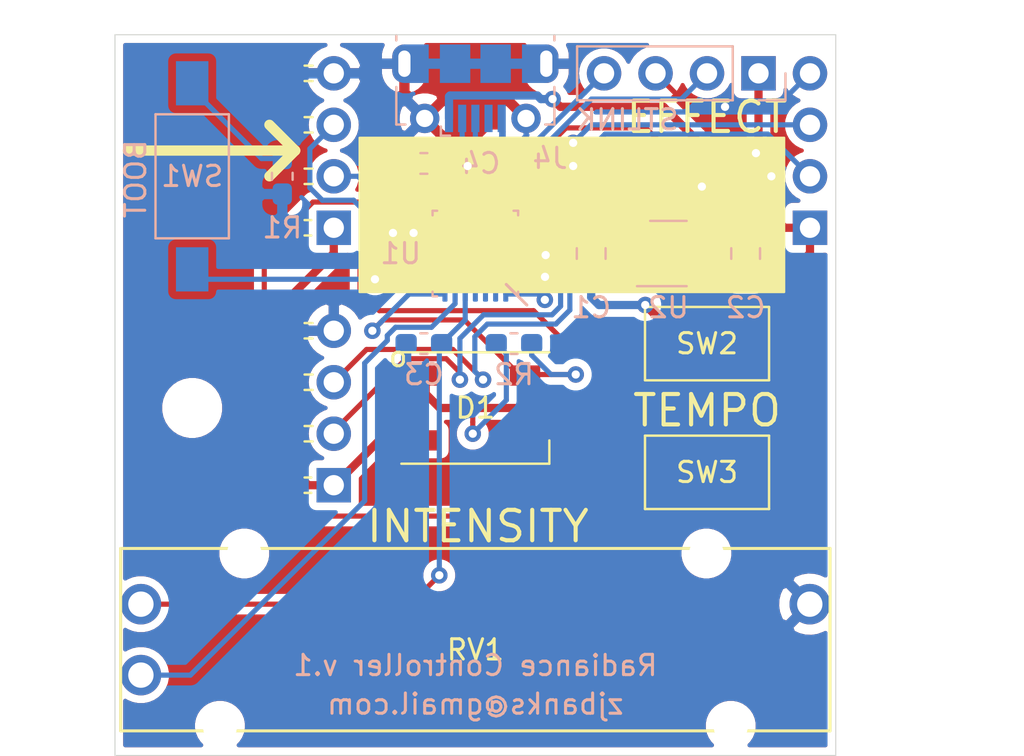
<source format=kicad_pcb>
(kicad_pcb (version 20171130) (host pcbnew 5.1.2-f72e74a~84~ubuntu16.04.1)

  (general
    (thickness 1.6)
    (drawings 14)
    (tracks 228)
    (zones 0)
    (modules 19)
    (nets 19)
  )

  (page A4)
  (layers
    (0 F.Cu signal)
    (31 B.Cu signal)
    (32 B.Adhes user)
    (33 F.Adhes user hide)
    (34 B.Paste user hide)
    (35 F.Paste user hide)
    (36 B.SilkS user hide)
    (37 F.SilkS user hide)
    (38 B.Mask user)
    (39 F.Mask user hide)
    (40 Dwgs.User user)
    (41 Cmts.User user)
    (42 Eco1.User user)
    (43 Eco2.User user)
    (44 Edge.Cuts user)
    (45 Margin user)
    (46 B.CrtYd user)
    (47 F.CrtYd user)
    (48 B.Fab user hide)
    (49 F.Fab user)
  )

  (setup
    (last_trace_width 0.254)
    (user_trace_width 0.4064)
    (trace_clearance 0.2032)
    (zone_clearance 0.381)
    (zone_45_only no)
    (trace_min 0.2)
    (via_size 0.8128)
    (via_drill 0.4064)
    (via_min_size 0.4)
    (via_min_drill 0.3)
    (uvia_size 0.3)
    (uvia_drill 0.1)
    (uvias_allowed no)
    (uvia_min_size 0.2)
    (uvia_min_drill 0.1)
    (edge_width 0.05)
    (segment_width 0.2)
    (pcb_text_width 0.3)
    (pcb_text_size 1.5 1.5)
    (mod_edge_width 0.12)
    (mod_text_size 1 1)
    (mod_text_width 0.15)
    (pad_size 1.524 1.524)
    (pad_drill 0.762)
    (pad_to_mask_clearance 0.051)
    (solder_mask_min_width 0.25)
    (aux_axis_origin 0 0)
    (grid_origin 50.8 50.8)
    (visible_elements FFFFFF7F)
    (pcbplotparams
      (layerselection 0x010f0_ffffffff)
      (usegerberextensions false)
      (usegerberattributes false)
      (usegerberadvancedattributes false)
      (creategerberjobfile false)
      (excludeedgelayer true)
      (linewidth 0.100000)
      (plotframeref false)
      (viasonmask false)
      (mode 1)
      (useauxorigin false)
      (hpglpennumber 1)
      (hpglpenspeed 20)
      (hpglpendiameter 15.000000)
      (psnegative false)
      (psa4output false)
      (plotreference true)
      (plotvalue true)
      (plotinvisibletext false)
      (padsonsilk false)
      (subtractmaskfromsilk false)
      (outputformat 1)
      (mirror false)
      (drillshape 0)
      (scaleselection 1)
      (outputdirectory "gerbers/"))
  )

  (net 0 "")
  (net 1 GND)
  (net 2 +5V)
  (net 3 VCC)
  (net 4 /LED)
  (net 5 /UART_DA_TX)
  (net 6 /UART_DA_RX)
  (net 7 /SWCLK)
  (net 8 /UART_DB_RX)
  (net 9 /UART_U_RX)
  (net 10 /UART_U_TX)
  (net 11 /USBP)
  (net 12 /USBN)
  (net 13 /SWDIO)
  (net 14 "Net-(R1-Pad2)")
  (net 15 /BOOT0)
  (net 16 /SW1)
  (net 17 /SW2)
  (net 18 /POT)

  (net_class Default "This is the default net class."
    (clearance 0.2032)
    (trace_width 0.254)
    (via_dia 0.8128)
    (via_drill 0.4064)
    (uvia_dia 0.3)
    (uvia_drill 0.1)
    (add_net +5V)
    (add_net /BOOT0)
    (add_net /LED)
    (add_net /POT)
    (add_net /SW1)
    (add_net /SW2)
    (add_net /SWCLK)
    (add_net /SWDIO)
    (add_net /UART_DA_RX)
    (add_net /UART_DA_TX)
    (add_net /UART_DB_RX)
    (add_net /UART_U_RX)
    (add_net /UART_U_TX)
    (add_net /USBN)
    (add_net /USBP)
    (add_net GND)
    (add_net "Net-(R1-Pad2)")
    (add_net VCC)
  )

  (module MountingHole:MountingHole_2.2mm_M2 (layer F.Cu) (tedit 56D1B4CB) (tstamp 5D2C6EE6)
    (at 54.61 69.215)
    (descr "Mounting Hole 2.2mm, no annular, M2")
    (tags "mounting hole 2.2mm no annular m2")
    (attr virtual)
    (fp_text reference REF** (at 0 -3.2) (layer F.SilkS) hide
      (effects (font (size 1 1) (thickness 0.15)))
    )
    (fp_text value MountingHole_2.2mm_M2 (at 0 3.2) (layer F.Fab)
      (effects (font (size 1 1) (thickness 0.15)))
    )
    (fp_circle (center 0 0) (end 2.45 0) (layer F.CrtYd) (width 0.05))
    (fp_circle (center 0 0) (end 2.2 0) (layer Cmts.User) (width 0.15))
    (fp_text user %R (at 0.3 0) (layer F.Fab) hide
      (effects (font (size 1 1) (thickness 0.15)))
    )
    (pad 1 np_thru_hole circle (at 0 0) (size 2.2 2.2) (drill 2.2) (layers *.Cu *.Mask))
  )

  (module Connector_PinSocket_2.54mm:PinSocket_1x04_P2.54mm_Horizontal (layer F.Cu) (tedit 5D2B5B76) (tstamp 5D2BE4A5)
    (at 85.09 60.325 180)
    (descr "Through hole angled socket strip, 1x04, 2.54mm pitch, 8.51mm socket length, single row (from Kicad 4.0.7), script generated")
    (tags "Through hole angled socket strip THT 1x04 2.54mm single row")
    (path /5D31DABD)
    (fp_text reference J3 (at 2.54 0 270) (layer F.SilkS) hide
      (effects (font (size 1 1) (thickness 0.15)))
    )
    (fp_text value UPSTREAM (at -4.38 10.39 180) (layer F.Fab)
      (effects (font (size 1 1) (thickness 0.15)))
    )
    (fp_text user %R (at -5.775 3.81 270) (layer F.Fab)
      (effects (font (size 1 1) (thickness 0.15)))
    )
    (fp_line (start 1.75 9.45) (end 1.75 -1.75) (layer F.CrtYd) (width 0.05))
    (fp_line (start -10.55 9.45) (end 1.75 9.45) (layer F.CrtYd) (width 0.05))
    (fp_line (start -10.55 -1.75) (end -10.55 9.45) (layer F.CrtYd) (width 0.05))
    (fp_line (start 1.75 -1.75) (end -10.55 -1.75) (layer F.CrtYd) (width 0.05))
    (fp_line (start 0 7.92) (end 0 7.32) (layer F.Fab) (width 0.1))
    (fp_line (start -1.52 7.92) (end 0 7.92) (layer F.Fab) (width 0.1))
    (fp_line (start 0 7.32) (end -1.52 7.32) (layer F.Fab) (width 0.1))
    (fp_line (start 0 5.38) (end 0 4.78) (layer F.Fab) (width 0.1))
    (fp_line (start -1.52 5.38) (end 0 5.38) (layer F.Fab) (width 0.1))
    (fp_line (start 0 4.78) (end -1.52 4.78) (layer F.Fab) (width 0.1))
    (fp_line (start 0 2.84) (end 0 2.24) (layer F.Fab) (width 0.1))
    (fp_line (start -1.52 2.84) (end 0 2.84) (layer F.Fab) (width 0.1))
    (fp_line (start 0 2.24) (end -1.52 2.24) (layer F.Fab) (width 0.1))
    (fp_line (start 0 0.3) (end 0 -0.3) (layer F.Fab) (width 0.1))
    (fp_line (start -1.52 0.3) (end 0 0.3) (layer F.Fab) (width 0.1))
    (fp_line (start 0 -0.3) (end -1.52 -0.3) (layer F.Fab) (width 0.1))
    (fp_line (start -10.03 8.89) (end -10.03 -1.27) (layer F.Fab) (width 0.1))
    (fp_line (start -1.52 8.89) (end -10.03 8.89) (layer F.Fab) (width 0.1))
    (fp_line (start -1.52 -0.3) (end -1.52 8.89) (layer F.Fab) (width 0.1))
    (fp_line (start -2.49 -1.27) (end -1.52 -0.3) (layer F.Fab) (width 0.1))
    (fp_line (start -10.03 -1.27) (end -2.49 -1.27) (layer F.Fab) (width 0.1))
    (pad 4 thru_hole oval (at 0 7.62 180) (size 1.7 1.7) (drill 1) (layers *.Cu *.Mask)
      (net 1 GND))
    (pad 3 thru_hole oval (at 0 5.08 180) (size 1.7 1.7) (drill 1) (layers *.Cu *.Mask)
      (net 9 /UART_U_RX))
    (pad 2 thru_hole oval (at 0 2.54 180) (size 1.7 1.7) (drill 1) (layers *.Cu *.Mask)
      (net 10 /UART_U_TX))
    (pad 1 thru_hole rect (at 0 0 180) (size 1.7 1.7) (drill 1) (layers *.Cu *.Mask)
      (net 2 +5V))
    (model ${KISYS3DMOD}/Connector_PinSocket_2.54mm.3dshapes/PinSocket_1x04_P2.54mm_Horizontal.wrl
      (at (xyz 0 0 0))
      (scale (xyz 1 1 1))
      (rotate (xyz 0 0 0))
    )
  )

  (module Connector_PinHeader_2.54mm:PinHeader_1x04_P2.54mm_Horizontal (layer F.Cu) (tedit 5D2B5B5A) (tstamp 5D2B9A54)
    (at 61.595 73.025 180)
    (descr "Through hole angled pin header, 1x04, 2.54mm pitch, 6mm pin length, single row")
    (tags "Through hole angled pin header THT 1x04 2.54mm single row")
    (path /5D31CFEE)
    (fp_text reference J2 (at 4.385 -2.27 180) (layer F.SilkS) hide
      (effects (font (size 1 1) (thickness 0.15)))
    )
    (fp_text value DOWNSTREAM_B (at 4.385 9.89 180) (layer F.Fab)
      (effects (font (size 1 1) (thickness 0.15)))
    )
    (fp_text user %R (at 2.77 3.81 270) (layer F.Fab)
      (effects (font (size 1 1) (thickness 0.15)))
    )
    (fp_line (start 10.55 -1.8) (end -1.8 -1.8) (layer F.CrtYd) (width 0.05))
    (fp_line (start 10.55 9.4) (end 10.55 -1.8) (layer F.CrtYd) (width 0.05))
    (fp_line (start -1.8 9.4) (end 10.55 9.4) (layer F.CrtYd) (width 0.05))
    (fp_line (start -1.8 -1.8) (end -1.8 9.4) (layer F.CrtYd) (width 0.05))
    (fp_line (start 1.042929 8) (end 1.44 8) (layer F.SilkS) (width 0.12))
    (fp_line (start 1.042929 7.24) (end 1.44 7.24) (layer F.SilkS) (width 0.12))
    (fp_line (start 1.042929 5.46) (end 1.44 5.46) (layer F.SilkS) (width 0.12))
    (fp_line (start 1.042929 4.7) (end 1.44 4.7) (layer F.SilkS) (width 0.12))
    (fp_line (start 1.042929 2.92) (end 1.44 2.92) (layer F.SilkS) (width 0.12))
    (fp_line (start 1.042929 2.16) (end 1.44 2.16) (layer F.SilkS) (width 0.12))
    (fp_line (start 1.11 0.38) (end 1.44 0.38) (layer F.SilkS) (width 0.12))
    (fp_line (start 1.11 -0.38) (end 1.44 -0.38) (layer F.SilkS) (width 0.12))
    (fp_line (start 4.04 7.94) (end 10.04 7.94) (layer F.Fab) (width 0.1))
    (fp_line (start 10.04 7.3) (end 10.04 7.94) (layer F.Fab) (width 0.1))
    (fp_line (start 4.04 7.3) (end 10.04 7.3) (layer F.Fab) (width 0.1))
    (fp_line (start -0.32 7.94) (end 1.5 7.94) (layer F.Fab) (width 0.1))
    (fp_line (start -0.32 7.3) (end -0.32 7.94) (layer F.Fab) (width 0.1))
    (fp_line (start -0.32 7.3) (end 1.5 7.3) (layer F.Fab) (width 0.1))
    (fp_line (start 4.04 5.4) (end 10.04 5.4) (layer F.Fab) (width 0.1))
    (fp_line (start 10.04 4.76) (end 10.04 5.4) (layer F.Fab) (width 0.1))
    (fp_line (start 4.04 4.76) (end 10.04 4.76) (layer F.Fab) (width 0.1))
    (fp_line (start -0.32 5.4) (end 1.5 5.4) (layer F.Fab) (width 0.1))
    (fp_line (start -0.32 4.76) (end -0.32 5.4) (layer F.Fab) (width 0.1))
    (fp_line (start -0.32 4.76) (end 1.5 4.76) (layer F.Fab) (width 0.1))
    (fp_line (start 4.04 2.86) (end 10.04 2.86) (layer F.Fab) (width 0.1))
    (fp_line (start 10.04 2.22) (end 10.04 2.86) (layer F.Fab) (width 0.1))
    (fp_line (start 4.04 2.22) (end 10.04 2.22) (layer F.Fab) (width 0.1))
    (fp_line (start -0.32 2.86) (end 1.5 2.86) (layer F.Fab) (width 0.1))
    (fp_line (start -0.32 2.22) (end -0.32 2.86) (layer F.Fab) (width 0.1))
    (fp_line (start -0.32 2.22) (end 1.5 2.22) (layer F.Fab) (width 0.1))
    (fp_line (start 4.04 0.32) (end 10.04 0.32) (layer F.Fab) (width 0.1))
    (fp_line (start 10.04 -0.32) (end 10.04 0.32) (layer F.Fab) (width 0.1))
    (fp_line (start 4.04 -0.32) (end 10.04 -0.32) (layer F.Fab) (width 0.1))
    (fp_line (start -0.32 0.32) (end 1.5 0.32) (layer F.Fab) (width 0.1))
    (fp_line (start -0.32 -0.32) (end -0.32 0.32) (layer F.Fab) (width 0.1))
    (fp_line (start -0.32 -0.32) (end 1.5 -0.32) (layer F.Fab) (width 0.1))
    (fp_line (start 1.5 -0.635) (end 2.135 -1.27) (layer F.Fab) (width 0.1))
    (fp_line (start 1.5 8.89) (end 1.5 -0.635) (layer F.Fab) (width 0.1))
    (fp_line (start 4.04 8.89) (end 1.5 8.89) (layer F.Fab) (width 0.1))
    (fp_line (start 4.04 -1.27) (end 4.04 8.89) (layer F.Fab) (width 0.1))
    (fp_line (start 2.135 -1.27) (end 4.04 -1.27) (layer F.Fab) (width 0.1))
    (pad 4 thru_hole oval (at 0 7.62 180) (size 1.7 1.7) (drill 1) (layers *.Cu *.Mask)
      (net 1 GND))
    (pad 3 thru_hole oval (at 0 5.08 180) (size 1.7 1.7) (drill 1) (layers *.Cu *.Mask)
      (net 7 /SWCLK))
    (pad 2 thru_hole oval (at 0 2.54 180) (size 1.7 1.7) (drill 1) (layers *.Cu *.Mask)
      (net 8 /UART_DB_RX))
    (pad 1 thru_hole rect (at 0 0 180) (size 1.7 1.7) (drill 1) (layers *.Cu *.Mask)
      (net 2 +5V))
    (model ${KISYS3DMOD}/Connector_PinHeader_2.54mm.3dshapes/PinHeader_1x04_P2.54mm_Horizontal.wrl
      (at (xyz 0 0 0))
      (scale (xyz 1 1 1))
      (rotate (xyz 0 0 0))
    )
  )

  (module Connector_PinHeader_2.54mm:PinHeader_1x04_P2.54mm_Horizontal (layer F.Cu) (tedit 5D2B5B08) (tstamp 5D2BE225)
    (at 61.595 60.325 180)
    (descr "Through hole angled pin header, 1x04, 2.54mm pitch, 6mm pin length, single row")
    (tags "Through hole angled pin header THT 1x04 2.54mm single row")
    (path /5D31BA7C)
    (fp_text reference J1 (at 4.385 -2.27 180) (layer F.SilkS) hide
      (effects (font (size 1 1) (thickness 0.15)))
    )
    (fp_text value DOWNSTREAM_A (at 4.385 9.89 180) (layer F.Fab)
      (effects (font (size 1 1) (thickness 0.15)))
    )
    (fp_text user %R (at 2.77 3.81 270) (layer F.Fab)
      (effects (font (size 1 1) (thickness 0.15)))
    )
    (fp_line (start 10.55 -1.8) (end -1.8 -1.8) (layer F.CrtYd) (width 0.05))
    (fp_line (start 10.55 9.4) (end 10.55 -1.8) (layer F.CrtYd) (width 0.05))
    (fp_line (start -1.8 9.4) (end 10.55 9.4) (layer F.CrtYd) (width 0.05))
    (fp_line (start -1.8 -1.8) (end -1.8 9.4) (layer F.CrtYd) (width 0.05))
    (fp_line (start 1.042929 8) (end 1.44 8) (layer F.SilkS) (width 0.12))
    (fp_line (start 1.042929 7.24) (end 1.44 7.24) (layer F.SilkS) (width 0.12))
    (fp_line (start 1.042929 5.46) (end 1.44 5.46) (layer F.SilkS) (width 0.12))
    (fp_line (start 1.042929 4.7) (end 1.44 4.7) (layer F.SilkS) (width 0.12))
    (fp_line (start 1.042929 2.92) (end 1.44 2.92) (layer F.SilkS) (width 0.12))
    (fp_line (start 1.042929 2.16) (end 1.44 2.16) (layer F.SilkS) (width 0.12))
    (fp_line (start 1.11 0.38) (end 1.44 0.38) (layer F.SilkS) (width 0.12))
    (fp_line (start 1.11 -0.38) (end 1.44 -0.38) (layer F.SilkS) (width 0.12))
    (fp_line (start 4.04 7.94) (end 10.04 7.94) (layer F.Fab) (width 0.1))
    (fp_line (start 10.04 7.3) (end 10.04 7.94) (layer F.Fab) (width 0.1))
    (fp_line (start 4.04 7.3) (end 10.04 7.3) (layer F.Fab) (width 0.1))
    (fp_line (start -0.32 7.94) (end 1.5 7.94) (layer F.Fab) (width 0.1))
    (fp_line (start -0.32 7.3) (end -0.32 7.94) (layer F.Fab) (width 0.1))
    (fp_line (start -0.32 7.3) (end 1.5 7.3) (layer F.Fab) (width 0.1))
    (fp_line (start 4.04 5.4) (end 10.04 5.4) (layer F.Fab) (width 0.1))
    (fp_line (start 10.04 4.76) (end 10.04 5.4) (layer F.Fab) (width 0.1))
    (fp_line (start 4.04 4.76) (end 10.04 4.76) (layer F.Fab) (width 0.1))
    (fp_line (start -0.32 5.4) (end 1.5 5.4) (layer F.Fab) (width 0.1))
    (fp_line (start -0.32 4.76) (end -0.32 5.4) (layer F.Fab) (width 0.1))
    (fp_line (start -0.32 4.76) (end 1.5 4.76) (layer F.Fab) (width 0.1))
    (fp_line (start 4.04 2.86) (end 10.04 2.86) (layer F.Fab) (width 0.1))
    (fp_line (start 10.04 2.22) (end 10.04 2.86) (layer F.Fab) (width 0.1))
    (fp_line (start 4.04 2.22) (end 10.04 2.22) (layer F.Fab) (width 0.1))
    (fp_line (start -0.32 2.86) (end 1.5 2.86) (layer F.Fab) (width 0.1))
    (fp_line (start -0.32 2.22) (end -0.32 2.86) (layer F.Fab) (width 0.1))
    (fp_line (start -0.32 2.22) (end 1.5 2.22) (layer F.Fab) (width 0.1))
    (fp_line (start 4.04 0.32) (end 10.04 0.32) (layer F.Fab) (width 0.1))
    (fp_line (start 10.04 -0.32) (end 10.04 0.32) (layer F.Fab) (width 0.1))
    (fp_line (start 4.04 -0.32) (end 10.04 -0.32) (layer F.Fab) (width 0.1))
    (fp_line (start -0.32 0.32) (end 1.5 0.32) (layer F.Fab) (width 0.1))
    (fp_line (start -0.32 -0.32) (end -0.32 0.32) (layer F.Fab) (width 0.1))
    (fp_line (start -0.32 -0.32) (end 1.5 -0.32) (layer F.Fab) (width 0.1))
    (fp_line (start 1.5 -0.635) (end 2.135 -1.27) (layer F.Fab) (width 0.1))
    (fp_line (start 1.5 8.89) (end 1.5 -0.635) (layer F.Fab) (width 0.1))
    (fp_line (start 4.04 8.89) (end 1.5 8.89) (layer F.Fab) (width 0.1))
    (fp_line (start 4.04 -1.27) (end 4.04 8.89) (layer F.Fab) (width 0.1))
    (fp_line (start 2.135 -1.27) (end 4.04 -1.27) (layer F.Fab) (width 0.1))
    (pad 4 thru_hole oval (at 0 7.62 180) (size 1.7 1.7) (drill 1) (layers *.Cu *.Mask)
      (net 1 GND))
    (pad 3 thru_hole oval (at 0 5.08 180) (size 1.7 1.7) (drill 1) (layers *.Cu *.Mask)
      (net 5 /UART_DA_TX))
    (pad 2 thru_hole oval (at 0 2.54 180) (size 1.7 1.7) (drill 1) (layers *.Cu *.Mask)
      (net 6 /UART_DA_RX))
    (pad 1 thru_hole rect (at 0 0 180) (size 1.7 1.7) (drill 1) (layers *.Cu *.Mask)
      (net 2 +5V))
    (model ${KISYS3DMOD}/Connector_PinHeader_2.54mm.3dshapes/PinHeader_1x04_P2.54mm_Horizontal.wrl
      (at (xyz 0 0 0))
      (scale (xyz 1 1 1))
      (rotate (xyz 0 0 0))
    )
  )

  (module Capacitor_SMD:C_0805_2012Metric_Pad1.15x1.40mm_HandSolder (layer B.Cu) (tedit 5B36C52B) (tstamp 5D2BC6E1)
    (at 74.295 61.595 90)
    (descr "Capacitor SMD 0805 (2012 Metric), square (rectangular) end terminal, IPC_7351 nominal with elongated pad for handsoldering. (Body size source: https://docs.google.com/spreadsheets/d/1BsfQQcO9C6DZCsRaXUlFlo91Tg2WpOkGARC1WS5S8t0/edit?usp=sharing), generated with kicad-footprint-generator")
    (tags "capacitor handsolder")
    (path /5D2B99F0)
    (attr smd)
    (fp_text reference C1 (at -2.667 0) (layer B.SilkS)
      (effects (font (size 1 1) (thickness 0.15)) (justify mirror))
    )
    (fp_text value 1u (at 0 -1.65 270) (layer B.Fab)
      (effects (font (size 1 1) (thickness 0.15)) (justify mirror))
    )
    (fp_line (start -1 -0.6) (end -1 0.6) (layer B.Fab) (width 0.1))
    (fp_line (start -1 0.6) (end 1 0.6) (layer B.Fab) (width 0.1))
    (fp_line (start 1 0.6) (end 1 -0.6) (layer B.Fab) (width 0.1))
    (fp_line (start 1 -0.6) (end -1 -0.6) (layer B.Fab) (width 0.1))
    (fp_line (start -0.261252 0.71) (end 0.261252 0.71) (layer B.SilkS) (width 0.12))
    (fp_line (start -0.261252 -0.71) (end 0.261252 -0.71) (layer B.SilkS) (width 0.12))
    (fp_line (start -1.85 -0.95) (end -1.85 0.95) (layer B.CrtYd) (width 0.05))
    (fp_line (start -1.85 0.95) (end 1.85 0.95) (layer B.CrtYd) (width 0.05))
    (fp_line (start 1.85 0.95) (end 1.85 -0.95) (layer B.CrtYd) (width 0.05))
    (fp_line (start 1.85 -0.95) (end -1.85 -0.95) (layer B.CrtYd) (width 0.05))
    (fp_text user %R (at 0 0 270) (layer B.Fab)
      (effects (font (size 1 1) (thickness 0.15)) (justify mirror))
    )
    (pad 1 smd roundrect (at -1.025 0 90) (size 1.15 1.4) (layers B.Cu B.Paste B.Mask) (roundrect_rratio 0.217391)
      (net 2 +5V))
    (pad 2 smd roundrect (at 1.025 0 90) (size 1.15 1.4) (layers B.Cu B.Paste B.Mask) (roundrect_rratio 0.217391)
      (net 1 GND))
    (model ${KISYS3DMOD}/Capacitor_SMD.3dshapes/C_0805_2012Metric.wrl
      (at (xyz 0 0 0))
      (scale (xyz 1 1 1))
      (rotate (xyz 0 0 0))
    )
  )

  (module Package_DFN_QFN:QFN-28_4x4mm_P0.5mm (layer B.Cu) (tedit 5D2B4DC0) (tstamp 5D2C2C47)
    (at 68.58 61.595 90)
    (descr "QFN, 28 Pin (http://www.st.com/resource/en/datasheet/stm32f031k6.pdf#page=90), generated with kicad-footprint-generator ipc_dfn_qfn_generator.py")
    (tags "QFN DFN_QFN")
    (path /5D2A8476)
    (attr smd)
    (fp_text reference U1 (at 0 -3.683 180) (layer B.SilkS)
      (effects (font (size 1 1) (thickness 0.15)) (justify mirror))
    )
    (fp_text value STM32F042G4Ux (at 0 -3.32 90) (layer B.Fab)
      (effects (font (size 1 1) (thickness 0.15)) (justify mirror))
    )
    (fp_text user %R (at 0 0 90) (layer B.Fab)
      (effects (font (size 1 1) (thickness 0.15)) (justify mirror))
    )
    (fp_line (start 2.62 2.62) (end -2.62 2.62) (layer B.CrtYd) (width 0.05))
    (fp_line (start 2.62 -2.62) (end 2.62 2.62) (layer B.CrtYd) (width 0.05))
    (fp_line (start -2.62 -2.62) (end 2.62 -2.62) (layer B.CrtYd) (width 0.05))
    (fp_line (start -2.62 2.62) (end -2.62 -2.62) (layer B.CrtYd) (width 0.05))
    (fp_line (start -2 1) (end -1 2) (layer B.Fab) (width 0.1))
    (fp_line (start -2 -2) (end -2 1) (layer B.Fab) (width 0.1))
    (fp_line (start 2 -2) (end -2 -2) (layer B.Fab) (width 0.1))
    (fp_line (start 2 2) (end 2 -2) (layer B.Fab) (width 0.1))
    (fp_line (start -1 2) (end 2 2) (layer B.Fab) (width 0.1))
    (fp_line (start -1.885 2.11) (end -2.11 2.11) (layer B.SilkS) (width 0.12))
    (fp_line (start 2.11 -2.11) (end 2.11 -1.885) (layer B.SilkS) (width 0.12))
    (fp_line (start 1.885 -2.11) (end 2.11 -2.11) (layer B.SilkS) (width 0.12))
    (fp_line (start -2.11 -2.11) (end -2.11 -1.885) (layer B.SilkS) (width 0.12))
    (fp_line (start -1.885 -2.11) (end -2.11 -2.11) (layer B.SilkS) (width 0.12))
    (fp_line (start 2.11 2.11) (end 2.11 1.885) (layer B.SilkS) (width 0.12))
    (fp_line (start 1.885 2.11) (end 2.11 2.11) (layer B.SilkS) (width 0.12))
    (fp_line (start -2.54 2.54) (end -1.524 1.524) (layer B.SilkS) (width 0.15))
    (pad 28 smd custom (at -1.5 1.9975 90) (size 0.136863 0.136863) (layers B.Cu B.Paste B.Mask)
      (net 9 /UART_U_RX)
      (options (clearance outline) (anchor circle))
      (primitives
        (gr_poly (pts
           (xy -0.08 0.3325) (xy 0.08 0.3325) (xy 0.08 -0.3325) (xy 0.05364 -0.3325) (xy -0.08 -0.19886)
) (width 0.09))
      ))
    (pad 27 smd roundrect (at -1 1.9375 90) (size 0.25 0.875) (layers B.Cu B.Paste B.Mask) (roundrect_rratio 0.25)
      (net 10 /UART_U_TX))
    (pad 26 smd roundrect (at -0.5 1.9375 90) (size 0.25 0.875) (layers B.Cu B.Paste B.Mask) (roundrect_rratio 0.25))
    (pad 25 smd roundrect (at 0 1.9375 90) (size 0.25 0.875) (layers B.Cu B.Paste B.Mask) (roundrect_rratio 0.25))
    (pad 24 smd roundrect (at 0.5 1.9375 90) (size 0.25 0.875) (layers B.Cu B.Paste B.Mask) (roundrect_rratio 0.25))
    (pad 23 smd roundrect (at 1 1.9375 90) (size 0.25 0.875) (layers B.Cu B.Paste B.Mask) (roundrect_rratio 0.25)
      (net 8 /UART_DB_RX))
    (pad 22 smd custom (at 1.5 1.9975 90) (size 0.136863 0.136863) (layers B.Cu B.Paste B.Mask)
      (net 7 /SWCLK)
      (options (clearance outline) (anchor circle))
      (primitives
        (gr_poly (pts
           (xy -0.08 0.3325) (xy 0.08 0.3325) (xy 0.08 -0.19886) (xy -0.05364 -0.3325) (xy -0.08 -0.3325)
) (width 0.09))
      ))
    (pad 21 smd custom (at 1.9975 1.5 90) (size 0.136863 0.136863) (layers B.Cu B.Paste B.Mask)
      (net 13 /SWDIO)
      (options (clearance outline) (anchor circle))
      (primitives
        (gr_poly (pts
           (xy -0.3325 -0.05364) (xy -0.19886 0.08) (xy 0.3325 0.08) (xy 0.3325 -0.08) (xy -0.3325 -0.08)
) (width 0.09))
      ))
    (pad 20 smd roundrect (at 1.9375 1 90) (size 0.875 0.25) (layers B.Cu B.Paste B.Mask) (roundrect_rratio 0.25)
      (net 11 /USBP))
    (pad 19 smd roundrect (at 1.9375 0.5 90) (size 0.875 0.25) (layers B.Cu B.Paste B.Mask) (roundrect_rratio 0.25)
      (net 12 /USBN))
    (pad 18 smd roundrect (at 1.9375 0 90) (size 0.875 0.25) (layers B.Cu B.Paste B.Mask) (roundrect_rratio 0.25)
      (net 3 VCC))
    (pad 17 smd roundrect (at 1.9375 -0.5 90) (size 0.875 0.25) (layers B.Cu B.Paste B.Mask) (roundrect_rratio 0.25)
      (net 3 VCC))
    (pad 16 smd roundrect (at 1.9375 -1 90) (size 0.875 0.25) (layers B.Cu B.Paste B.Mask) (roundrect_rratio 0.25)
      (net 1 GND))
    (pad 15 smd custom (at 1.9975 -1.5 90) (size 0.136863 0.136863) (layers B.Cu B.Paste B.Mask)
      (options (clearance outline) (anchor circle))
      (primitives
        (gr_poly (pts
           (xy -0.3325 0.08) (xy 0.3325 0.08) (xy 0.3325 -0.08) (xy -0.19886 -0.08) (xy -0.3325 0.05364)
) (width 0.09))
      ))
    (pad 14 smd custom (at 1.5 -1.9975 90) (size 0.136863 0.136863) (layers B.Cu B.Paste B.Mask)
      (options (clearance outline) (anchor circle))
      (primitives
        (gr_poly (pts
           (xy -0.08 0.3325) (xy -0.05364 0.3325) (xy 0.08 0.19886) (xy 0.08 -0.3325) (xy -0.08 -0.3325)
) (width 0.09))
      ))
    (pad 13 smd roundrect (at 1 -1.9375 90) (size 0.25 0.875) (layers B.Cu B.Paste B.Mask) (roundrect_rratio 0.25))
    (pad 12 smd roundrect (at 0.5 -1.9375 90) (size 0.25 0.875) (layers B.Cu B.Paste B.Mask) (roundrect_rratio 0.25))
    (pad 11 smd roundrect (at 0 -1.9375 90) (size 0.25 0.875) (layers B.Cu B.Paste B.Mask) (roundrect_rratio 0.25)
      (net 17 /SW2))
    (pad 10 smd roundrect (at -0.5 -1.9375 90) (size 0.25 0.875) (layers B.Cu B.Paste B.Mask) (roundrect_rratio 0.25)
      (net 16 /SW1))
    (pad 9 smd roundrect (at -1 -1.9375 90) (size 0.25 0.875) (layers B.Cu B.Paste B.Mask) (roundrect_rratio 0.25)
      (net 6 /UART_DA_RX))
    (pad 8 smd custom (at -1.5 -1.9975 90) (size 0.136863 0.136863) (layers B.Cu B.Paste B.Mask)
      (net 5 /UART_DA_TX)
      (options (clearance outline) (anchor circle))
      (primitives
        (gr_poly (pts
           (xy -0.08 0.19886) (xy 0.05364 0.3325) (xy 0.08 0.3325) (xy 0.08 -0.3325) (xy -0.08 -0.3325)
) (width 0.09))
      ))
    (pad 7 smd custom (at -1.9975 -1.5 90) (size 0.136863 0.136863) (layers B.Cu B.Paste B.Mask)
      (net 4 /LED)
      (options (clearance outline) (anchor circle))
      (primitives
        (gr_poly (pts
           (xy -0.3325 0.08) (xy 0.3325 0.08) (xy 0.3325 0.05364) (xy 0.19886 -0.08) (xy -0.3325 -0.08)
) (width 0.09))
      ))
    (pad 6 smd roundrect (at -1.9375 -1 90) (size 0.875 0.25) (layers B.Cu B.Paste B.Mask) (roundrect_rratio 0.25)
      (net 18 /POT))
    (pad 5 smd roundrect (at -1.9375 -0.5 90) (size 0.875 0.25) (layers B.Cu B.Paste B.Mask) (roundrect_rratio 0.25)
      (net 3 VCC))
    (pad 4 smd roundrect (at -1.9375 0 90) (size 0.875 0.25) (layers B.Cu B.Paste B.Mask) (roundrect_rratio 0.25))
    (pad 3 smd roundrect (at -1.9375 0.5 90) (size 0.875 0.25) (layers B.Cu B.Paste B.Mask) (roundrect_rratio 0.25))
    (pad 2 smd roundrect (at -1.9375 1 90) (size 0.875 0.25) (layers B.Cu B.Paste B.Mask) (roundrect_rratio 0.25))
    (pad 1 smd custom (at -1.9975 1.5 90) (size 0.136863 0.136863) (layers B.Cu B.Paste B.Mask)
      (net 15 /BOOT0)
      (options (clearance outline) (anchor circle))
      (primitives
        (gr_poly (pts
           (xy -0.3325 0.08) (xy 0.19886 0.08) (xy 0.3325 -0.05364) (xy 0.3325 -0.08) (xy -0.3325 -0.08)
) (width 0.09))
      ))
    (model ${KISYS3DMOD}/Package_DFN_QFN.3dshapes/QFN-28_4x4mm_P0.5mm.wrl
      (at (xyz 0 0 0))
      (scale (xyz 1 1 1))
      (rotate (xyz 0 0 0))
    )
  )

  (module Resistor_SMD:R_0603_1608Metric_Pad1.05x0.95mm_HandSolder (layer B.Cu) (tedit 5B301BBD) (tstamp 5D2C2E58)
    (at 70.485 66.04 180)
    (descr "Resistor SMD 0603 (1608 Metric), square (rectangular) end terminal, IPC_7351 nominal with elongated pad for handsoldering. (Body size source: http://www.tortai-tech.com/upload/download/2011102023233369053.pdf), generated with kicad-footprint-generator")
    (tags "resistor handsolder")
    (path /5D2C1F50)
    (attr smd)
    (fp_text reference R2 (at 0 -1.524) (layer B.SilkS)
      (effects (font (size 1 1) (thickness 0.15)) (justify mirror))
    )
    (fp_text value 10K (at 0 -1.43) (layer B.Fab)
      (effects (font (size 1 1) (thickness 0.15)) (justify mirror))
    )
    (fp_text user %R (at 0 0) (layer B.Fab)
      (effects (font (size 1 1) (thickness 0.15)) (justify mirror))
    )
    (fp_line (start 1.65 -0.73) (end -1.65 -0.73) (layer B.CrtYd) (width 0.05))
    (fp_line (start 1.65 0.73) (end 1.65 -0.73) (layer B.CrtYd) (width 0.05))
    (fp_line (start -1.65 0.73) (end 1.65 0.73) (layer B.CrtYd) (width 0.05))
    (fp_line (start -1.65 -0.73) (end -1.65 0.73) (layer B.CrtYd) (width 0.05))
    (fp_line (start -0.171267 -0.51) (end 0.171267 -0.51) (layer B.SilkS) (width 0.12))
    (fp_line (start -0.171267 0.51) (end 0.171267 0.51) (layer B.SilkS) (width 0.12))
    (fp_line (start 0.8 -0.4) (end -0.8 -0.4) (layer B.Fab) (width 0.1))
    (fp_line (start 0.8 0.4) (end 0.8 -0.4) (layer B.Fab) (width 0.1))
    (fp_line (start -0.8 0.4) (end 0.8 0.4) (layer B.Fab) (width 0.1))
    (fp_line (start -0.8 -0.4) (end -0.8 0.4) (layer B.Fab) (width 0.1))
    (pad 2 smd roundrect (at 0.875 0 180) (size 1.05 0.95) (layers B.Cu B.Paste B.Mask) (roundrect_rratio 0.25)
      (net 2 +5V))
    (pad 1 smd roundrect (at -0.875 0 180) (size 1.05 0.95) (layers B.Cu B.Paste B.Mask) (roundrect_rratio 0.25)
      (net 4 /LED))
    (model ${KISYS3DMOD}/Resistor_SMD.3dshapes/R_0603_1608Metric.wrl
      (at (xyz 0 0 0))
      (scale (xyz 1 1 1))
      (rotate (xyz 0 0 0))
    )
  )

  (module Connector_USB:USB_Micro-B_Molex-105017-0001 (layer B.Cu) (tedit 5A1DC0BE) (tstamp 5D2BEAAC)
    (at 68.58 53.467)
    (descr http://www.molex.com/pdm_docs/sd/1050170001_sd.pdf)
    (tags "Micro-USB SMD Typ-B")
    (path /5D2B032E)
    (attr smd)
    (fp_text reference J4 (at 3.683 3.429) (layer B.SilkS)
      (effects (font (size 1 1) (thickness 0.15)) (justify mirror))
    )
    (fp_text value USB_B_Micro (at 0.3 -4.3375) (layer B.Fab)
      (effects (font (size 1 1) (thickness 0.15)) (justify mirror))
    )
    (fp_line (start -1.1 2.1225) (end -1.1 1.9125) (layer B.Fab) (width 0.1))
    (fp_line (start -1.5 2.1225) (end -1.5 1.9125) (layer B.Fab) (width 0.1))
    (fp_line (start -1.5 2.1225) (end -1.1 2.1225) (layer B.Fab) (width 0.1))
    (fp_line (start -1.1 1.9125) (end -1.3 1.7125) (layer B.Fab) (width 0.1))
    (fp_line (start -1.3 1.7125) (end -1.5 1.9125) (layer B.Fab) (width 0.1))
    (fp_line (start -1.7 2.3125) (end -1.7 1.8625) (layer B.SilkS) (width 0.12))
    (fp_line (start -1.7 2.3125) (end -1.25 2.3125) (layer B.SilkS) (width 0.12))
    (fp_line (start 3.9 1.7625) (end 3.45 1.7625) (layer B.SilkS) (width 0.12))
    (fp_line (start 3.9 -0.0875) (end 3.9 1.7625) (layer B.SilkS) (width 0.12))
    (fp_line (start -3.9 -2.6375) (end -3.9 -2.3875) (layer B.SilkS) (width 0.12))
    (fp_line (start -3.75 -3.3875) (end -3.75 1.6125) (layer B.Fab) (width 0.1))
    (fp_line (start -3.75 1.6125) (end 3.75 1.6125) (layer B.Fab) (width 0.1))
    (fp_line (start -3.75 -3.389204) (end 3.75 -3.389204) (layer B.Fab) (width 0.1))
    (fp_line (start -3 -2.689204) (end 3 -2.689204) (layer B.Fab) (width 0.1))
    (fp_line (start 3.75 -3.3875) (end 3.75 1.6125) (layer B.Fab) (width 0.1))
    (fp_line (start 3.9 -2.6375) (end 3.9 -2.3875) (layer B.SilkS) (width 0.12))
    (fp_line (start -3.9 -0.0875) (end -3.9 1.7625) (layer B.SilkS) (width 0.12))
    (fp_line (start -3.9 1.7625) (end -3.45 1.7625) (layer B.SilkS) (width 0.12))
    (fp_line (start -4.4 -3.64) (end -4.4 2.46) (layer B.CrtYd) (width 0.05))
    (fp_line (start -4.4 2.46) (end 4.4 2.46) (layer B.CrtYd) (width 0.05))
    (fp_line (start 4.4 2.46) (end 4.4 -3.64) (layer B.CrtYd) (width 0.05))
    (fp_line (start -4.4 -3.64) (end 4.4 -3.64) (layer B.CrtYd) (width 0.05))
    (fp_text user %R (at 0 -0.8875) (layer B.Fab)
      (effects (font (size 1 1) (thickness 0.15)) (justify mirror))
    )
    (fp_text user "PCB Edge" (at 0 -2.6875) (layer Dwgs.User)
      (effects (font (size 0.5 0.5) (thickness 0.08)))
    )
    (pad 6 smd rect (at -2.9 -1.2375) (size 1.2 1.9) (layers B.Cu B.Mask)
      (net 1 GND))
    (pad 6 smd rect (at 2.9 -1.2375) (size 1.2 1.9) (layers B.Cu B.Mask)
      (net 1 GND))
    (pad 6 thru_hole oval (at 3.5 -1.2375) (size 1.2 1.9) (drill oval 0.6 1.3) (layers *.Cu *.Mask)
      (net 1 GND))
    (pad 6 thru_hole oval (at -3.5 -1.2375 180) (size 1.2 1.9) (drill oval 0.6 1.3) (layers *.Cu *.Mask)
      (net 1 GND))
    (pad 6 smd rect (at -1 -1.2375) (size 1.5 1.9) (layers B.Cu B.Paste B.Mask)
      (net 1 GND))
    (pad 6 thru_hole circle (at 2.5 1.4625) (size 1.45 1.45) (drill 0.85) (layers *.Cu *.Mask)
      (net 1 GND))
    (pad 3 smd rect (at 0 1.4625) (size 0.4 1.35) (layers B.Cu B.Paste B.Mask)
      (net 11 /USBP))
    (pad 4 smd rect (at 0.65 1.4625) (size 0.4 1.35) (layers B.Cu B.Paste B.Mask))
    (pad 5 smd rect (at 1.3 1.4625) (size 0.4 1.35) (layers B.Cu B.Paste B.Mask)
      (net 1 GND))
    (pad 1 smd rect (at -1.3 1.4625) (size 0.4 1.35) (layers B.Cu B.Paste B.Mask)
      (net 2 +5V))
    (pad 2 smd rect (at -0.65 1.4625) (size 0.4 1.35) (layers B.Cu B.Paste B.Mask)
      (net 12 /USBN))
    (pad 6 thru_hole circle (at -2.5 1.4625) (size 1.45 1.45) (drill 0.85) (layers *.Cu *.Mask)
      (net 1 GND))
    (pad 6 smd rect (at 1 -1.2375) (size 1.5 1.9) (layers B.Cu B.Paste B.Mask)
      (net 1 GND))
    (model ${KISYS3DMOD}/Connector_USB.3dshapes/USB_Micro-B_Molex-105017-0001.wrl
      (at (xyz 0 0 0))
      (scale (xyz 1 1 1))
      (rotate (xyz 0 0 0))
    )
  )

  (module Potentiometer_THT:PTA2043 (layer F.Cu) (tedit 5D2B446F) (tstamp 5D2BE0C7)
    (at 68.58 80.645)
    (path /5D30697B)
    (fp_text reference RV1 (at 0 0.5) (layer F.SilkS)
      (effects (font (size 1 1) (thickness 0.15)))
    )
    (fp_text value R_POT (at 0 -0.5) (layer F.Fab)
      (effects (font (size 1 1) (thickness 0.15)))
    )
    (fp_line (start -17.5 -4.5) (end 17.5 -4.5) (layer F.SilkS) (width 0.15))
    (fp_line (start -17.5 4.5) (end -17.5 -4.5) (layer F.SilkS) (width 0.15))
    (fp_line (start 17.5 4.5) (end -17.5 4.5) (layer F.SilkS) (width 0.15))
    (fp_line (start 17.5 -4.5) (end 17.5 4.5) (layer F.SilkS) (width 0.15))
    (pad "" np_thru_hole circle (at -12.6 4.25) (size 1.7 1.7) (drill 1.7) (layers *.Cu *.Mask))
    (pad "" np_thru_hole circle (at 12.6 4.25) (size 1.7 1.7) (drill 1.7) (layers *.Cu *.Mask))
    (pad "" np_thru_hole circle (at -11.4 -4.25) (size 1.7 1.7) (drill 1.7) (layers *.Cu *.Mask))
    (pad "" np_thru_hole circle (at 11.4 -4.25) (size 1.7 1.7) (drill 1.7) (layers *.Cu *.Mask))
    (pad 2 thru_hole circle (at -16.5 1.75) (size 2 2) (drill 1.25) (layers *.Cu *.Mask)
      (net 18 /POT))
    (pad 3 thru_hole circle (at 16.5 -1.75) (size 2 2) (drill 1.25) (layers *.Cu *.Mask)
      (net 1 GND))
    (pad 1 thru_hole circle (at -16.5 -1.75) (size 2 2) (drill 1.25) (layers *.Cu *.Mask)
      (net 3 VCC))
  )

  (module Package_TO_SOT_SMD:SOT-23-5_HandSoldering (layer B.Cu) (tedit 5A0AB76C) (tstamp 5D2C3043)
    (at 78.105 61.595)
    (descr "5-pin SOT23 package")
    (tags "SOT-23-5 hand-soldering")
    (path /5D2B4BCE)
    (attr smd)
    (fp_text reference U2 (at 0 2.667) (layer B.SilkS)
      (effects (font (size 1 1) (thickness 0.15)) (justify mirror))
    )
    (fp_text value MIC5504-3.3YM5 (at 0 -2.54) (layer B.Fab)
      (effects (font (size 1 1) (thickness 0.15)) (justify mirror))
    )
    (fp_line (start 2.38 -1.8) (end -2.38 -1.8) (layer B.CrtYd) (width 0.05))
    (fp_line (start 2.38 -1.8) (end 2.38 1.8) (layer B.CrtYd) (width 0.05))
    (fp_line (start -2.38 1.8) (end -2.38 -1.8) (layer B.CrtYd) (width 0.05))
    (fp_line (start -2.38 1.8) (end 2.38 1.8) (layer B.CrtYd) (width 0.05))
    (fp_line (start 0.9 1.55) (end 0.9 -1.55) (layer B.Fab) (width 0.1))
    (fp_line (start 0.9 -1.55) (end -0.9 -1.55) (layer B.Fab) (width 0.1))
    (fp_line (start -0.9 0.9) (end -0.9 -1.55) (layer B.Fab) (width 0.1))
    (fp_line (start 0.9 1.55) (end -0.25 1.55) (layer B.Fab) (width 0.1))
    (fp_line (start -0.9 0.9) (end -0.25 1.55) (layer B.Fab) (width 0.1))
    (fp_line (start 0.9 1.61) (end -1.55 1.61) (layer B.SilkS) (width 0.12))
    (fp_line (start -0.9 -1.61) (end 0.9 -1.61) (layer B.SilkS) (width 0.12))
    (fp_text user %R (at 0 0 270) (layer B.Fab)
      (effects (font (size 1 1) (thickness 0.15)) (justify mirror))
    )
    (pad 5 smd rect (at 1.35 0.95) (size 1.56 0.65) (layers B.Cu B.Paste B.Mask)
      (net 3 VCC))
    (pad 4 smd rect (at 1.35 -0.95) (size 1.56 0.65) (layers B.Cu B.Paste B.Mask))
    (pad 3 smd rect (at -1.35 -0.95) (size 1.56 0.65) (layers B.Cu B.Paste B.Mask))
    (pad 2 smd rect (at -1.35 0) (size 1.56 0.65) (layers B.Cu B.Paste B.Mask)
      (net 1 GND))
    (pad 1 smd rect (at -1.35 0.95) (size 1.56 0.65) (layers B.Cu B.Paste B.Mask)
      (net 2 +5V))
    (model ${KISYS3DMOD}/Package_TO_SOT_SMD.3dshapes/SOT-23-5.wrl
      (at (xyz 0 0 0))
      (scale (xyz 1 1 1))
      (rotate (xyz 0 0 0))
    )
  )

  (module Button_Switch_SMD:SW_SPST_FSMSM (layer F.Cu) (tedit 5A02FC95) (tstamp 5D2B052F)
    (at 80.01 72.39)
    (descr http://www.te.com/commerce/DocumentDelivery/DDEController?Action=srchrtrv&DocNm=1437566-3&DocType=Customer+Drawing&DocLang=English)
    (tags "SPST button tactile switch")
    (path /5D2E70FD)
    (attr smd)
    (fp_text reference SW3 (at 0 0) (layer F.SilkS)
      (effects (font (size 1 1) (thickness 0.15)))
    )
    (fp_text value SW_Push (at 0 3) (layer F.Fab)
      (effects (font (size 1 1) (thickness 0.15)))
    )
    (fp_line (start -5.95 -2) (end 5.95 -2) (layer F.CrtYd) (width 0.05))
    (fp_line (start -5.95 -2) (end -5.95 2) (layer F.CrtYd) (width 0.05))
    (fp_line (start 3 -1.75) (end 3 1.75) (layer F.Fab) (width 0.1))
    (fp_line (start -3 -1.75) (end -3 1.75) (layer F.Fab) (width 0.1))
    (fp_line (start -3 -1.75) (end 3 -1.75) (layer F.Fab) (width 0.1))
    (fp_line (start -3 1.75) (end 3 1.75) (layer F.Fab) (width 0.1))
    (fp_line (start 5.95 -2) (end 5.95 2) (layer F.CrtYd) (width 0.05))
    (fp_line (start -5.95 2) (end 5.95 2) (layer F.CrtYd) (width 0.05))
    (fp_line (start -1.5 -0.8) (end -1.5 0.8) (layer F.Fab) (width 0.1))
    (fp_line (start 1.5 -0.8) (end 1.5 0.8) (layer F.Fab) (width 0.1))
    (fp_line (start -1.5 -0.8) (end 1.5 -0.8) (layer F.Fab) (width 0.1))
    (fp_line (start -1.5 0.8) (end 1.5 0.8) (layer F.Fab) (width 0.1))
    (fp_line (start -3.06 1.81) (end -3.06 -1.81) (layer F.SilkS) (width 0.12))
    (fp_line (start 3.06 1.81) (end -3.06 1.81) (layer F.SilkS) (width 0.12))
    (fp_line (start 3.06 -1.81) (end 3.06 1.81) (layer F.SilkS) (width 0.12))
    (fp_line (start -3.06 -1.81) (end 3.06 -1.81) (layer F.SilkS) (width 0.12))
    (fp_line (start -1.75 1) (end -1.75 -1) (layer F.Fab) (width 0.1))
    (fp_line (start 1.75 1) (end -1.75 1) (layer F.Fab) (width 0.1))
    (fp_line (start 1.75 -1) (end 1.75 1) (layer F.Fab) (width 0.1))
    (fp_line (start -1.75 -1) (end 1.75 -1) (layer F.Fab) (width 0.1))
    (fp_text user %R (at 0 -2.6) (layer F.Fab)
      (effects (font (size 1 1) (thickness 0.15)))
    )
    (pad 2 smd rect (at 4.59 0) (size 2.18 1.6) (layers F.Cu F.Paste F.Mask)
      (net 1 GND))
    (pad 1 smd rect (at -4.59 0) (size 2.18 1.6) (layers F.Cu F.Paste F.Mask)
      (net 17 /SW2))
    (model ${KISYS3DMOD}/Button_Switch_SMD.3dshapes/SW_SPST_FSMSM.wrl
      (at (xyz 0 0 0))
      (scale (xyz 1 1 1))
      (rotate (xyz 0 0 0))
    )
  )

  (module Button_Switch_SMD:SW_SPST_FSMSM (layer F.Cu) (tedit 5A02FC95) (tstamp 5D2B0514)
    (at 80.01 66.04)
    (descr http://www.te.com/commerce/DocumentDelivery/DDEController?Action=srchrtrv&DocNm=1437566-3&DocType=Customer+Drawing&DocLang=English)
    (tags "SPST button tactile switch")
    (path /5D2E4874)
    (attr smd)
    (fp_text reference SW2 (at 0 0) (layer F.SilkS)
      (effects (font (size 1 1) (thickness 0.15)))
    )
    (fp_text value SW_Push (at 0 3) (layer F.Fab)
      (effects (font (size 1 1) (thickness 0.15)))
    )
    (fp_line (start -5.95 -2) (end 5.95 -2) (layer F.CrtYd) (width 0.05))
    (fp_line (start -5.95 -2) (end -5.95 2) (layer F.CrtYd) (width 0.05))
    (fp_line (start 3 -1.75) (end 3 1.75) (layer F.Fab) (width 0.1))
    (fp_line (start -3 -1.75) (end -3 1.75) (layer F.Fab) (width 0.1))
    (fp_line (start -3 -1.75) (end 3 -1.75) (layer F.Fab) (width 0.1))
    (fp_line (start -3 1.75) (end 3 1.75) (layer F.Fab) (width 0.1))
    (fp_line (start 5.95 -2) (end 5.95 2) (layer F.CrtYd) (width 0.05))
    (fp_line (start -5.95 2) (end 5.95 2) (layer F.CrtYd) (width 0.05))
    (fp_line (start -1.5 -0.8) (end -1.5 0.8) (layer F.Fab) (width 0.1))
    (fp_line (start 1.5 -0.8) (end 1.5 0.8) (layer F.Fab) (width 0.1))
    (fp_line (start -1.5 -0.8) (end 1.5 -0.8) (layer F.Fab) (width 0.1))
    (fp_line (start -1.5 0.8) (end 1.5 0.8) (layer F.Fab) (width 0.1))
    (fp_line (start -3.06 1.81) (end -3.06 -1.81) (layer F.SilkS) (width 0.12))
    (fp_line (start 3.06 1.81) (end -3.06 1.81) (layer F.SilkS) (width 0.12))
    (fp_line (start 3.06 -1.81) (end 3.06 1.81) (layer F.SilkS) (width 0.12))
    (fp_line (start -3.06 -1.81) (end 3.06 -1.81) (layer F.SilkS) (width 0.12))
    (fp_line (start -1.75 1) (end -1.75 -1) (layer F.Fab) (width 0.1))
    (fp_line (start 1.75 1) (end -1.75 1) (layer F.Fab) (width 0.1))
    (fp_line (start 1.75 -1) (end 1.75 1) (layer F.Fab) (width 0.1))
    (fp_line (start -1.75 -1) (end 1.75 -1) (layer F.Fab) (width 0.1))
    (fp_text user %R (at 0 -2.6) (layer F.Fab)
      (effects (font (size 1 1) (thickness 0.15)))
    )
    (pad 2 smd rect (at 4.59 0) (size 2.18 1.6) (layers F.Cu F.Paste F.Mask)
      (net 1 GND))
    (pad 1 smd rect (at -4.59 0) (size 2.18 1.6) (layers F.Cu F.Paste F.Mask)
      (net 16 /SW1))
    (model ${KISYS3DMOD}/Button_Switch_SMD.3dshapes/SW_SPST_FSMSM.wrl
      (at (xyz 0 0 0))
      (scale (xyz 1 1 1))
      (rotate (xyz 0 0 0))
    )
  )

  (module Button_Switch_SMD:SW_SPST_FSMSM (layer B.Cu) (tedit 5A02FC95) (tstamp 5D2BEEED)
    (at 54.61 57.785 90)
    (descr http://www.te.com/commerce/DocumentDelivery/DDEController?Action=srchrtrv&DocNm=1437566-3&DocType=Customer+Drawing&DocLang=English)
    (tags "SPST button tactile switch")
    (path /5D2FFACF)
    (attr smd)
    (fp_text reference SW1 (at 0 0) (layer B.SilkS)
      (effects (font (size 1 1) (thickness 0.15)) (justify mirror))
    )
    (fp_text value SW_Push (at 0 -3 270) (layer B.Fab)
      (effects (font (size 1 1) (thickness 0.15)) (justify mirror))
    )
    (fp_line (start -5.95 2) (end 5.95 2) (layer B.CrtYd) (width 0.05))
    (fp_line (start -5.95 2) (end -5.95 -2) (layer B.CrtYd) (width 0.05))
    (fp_line (start 3 1.75) (end 3 -1.75) (layer B.Fab) (width 0.1))
    (fp_line (start -3 1.75) (end -3 -1.75) (layer B.Fab) (width 0.1))
    (fp_line (start -3 1.75) (end 3 1.75) (layer B.Fab) (width 0.1))
    (fp_line (start -3 -1.75) (end 3 -1.75) (layer B.Fab) (width 0.1))
    (fp_line (start 5.95 2) (end 5.95 -2) (layer B.CrtYd) (width 0.05))
    (fp_line (start -5.95 -2) (end 5.95 -2) (layer B.CrtYd) (width 0.05))
    (fp_line (start -1.5 0.8) (end -1.5 -0.8) (layer B.Fab) (width 0.1))
    (fp_line (start 1.5 0.8) (end 1.5 -0.8) (layer B.Fab) (width 0.1))
    (fp_line (start -1.5 0.8) (end 1.5 0.8) (layer B.Fab) (width 0.1))
    (fp_line (start -1.5 -0.8) (end 1.5 -0.8) (layer B.Fab) (width 0.1))
    (fp_line (start -3.06 -1.81) (end -3.06 1.81) (layer B.SilkS) (width 0.12))
    (fp_line (start 3.06 -1.81) (end -3.06 -1.81) (layer B.SilkS) (width 0.12))
    (fp_line (start 3.06 1.81) (end 3.06 -1.81) (layer B.SilkS) (width 0.12))
    (fp_line (start -3.06 1.81) (end 3.06 1.81) (layer B.SilkS) (width 0.12))
    (fp_line (start -1.75 -1) (end -1.75 1) (layer B.Fab) (width 0.1))
    (fp_line (start 1.75 -1) (end -1.75 -1) (layer B.Fab) (width 0.1))
    (fp_line (start 1.75 1) (end 1.75 -1) (layer B.Fab) (width 0.1))
    (fp_line (start -1.75 1) (end 1.75 1) (layer B.Fab) (width 0.1))
    (fp_text user %R (at 0 2.6 270) (layer B.Fab)
      (effects (font (size 1 1) (thickness 0.15)) (justify mirror))
    )
    (pad 2 smd rect (at 4.59 0 90) (size 2.18 1.6) (layers B.Cu B.Paste B.Mask)
      (net 14 "Net-(R1-Pad2)"))
    (pad 1 smd rect (at -4.59 0 90) (size 2.18 1.6) (layers B.Cu B.Paste B.Mask)
      (net 15 /BOOT0))
    (model ${KISYS3DMOD}/Button_Switch_SMD.3dshapes/SW_SPST_FSMSM.wrl
      (at (xyz 0 0 0))
      (scale (xyz 1 1 1))
      (rotate (xyz 0 0 0))
    )
  )

  (module Resistor_SMD:R_0603_1608Metric_Pad1.05x0.95mm_HandSolder (layer B.Cu) (tedit 5B301BBD) (tstamp 5D2BFB0C)
    (at 59.055 57.785 90)
    (descr "Resistor SMD 0603 (1608 Metric), square (rectangular) end terminal, IPC_7351 nominal with elongated pad for handsoldering. (Body size source: http://www.tortai-tech.com/upload/download/2011102023233369053.pdf), generated with kicad-footprint-generator")
    (tags "resistor handsolder")
    (path /5D302F5B)
    (attr smd)
    (fp_text reference R1 (at -2.54 0) (layer B.SilkS)
      (effects (font (size 1 1) (thickness 0.15)) (justify mirror))
    )
    (fp_text value 10K (at 0 -1.43 270) (layer B.Fab) hide
      (effects (font (size 1 1) (thickness 0.15)) (justify mirror))
    )
    (fp_text user %R (at 0 0 90) (layer B.Fab)
      (effects (font (size 1 1) (thickness 0.15)) (justify mirror))
    )
    (fp_line (start 1.65 -0.73) (end -1.65 -0.73) (layer B.CrtYd) (width 0.05))
    (fp_line (start 1.65 0.73) (end 1.65 -0.73) (layer B.CrtYd) (width 0.05))
    (fp_line (start -1.65 0.73) (end 1.65 0.73) (layer B.CrtYd) (width 0.05))
    (fp_line (start -1.65 -0.73) (end -1.65 0.73) (layer B.CrtYd) (width 0.05))
    (fp_line (start -0.171267 -0.51) (end 0.171267 -0.51) (layer B.SilkS) (width 0.12))
    (fp_line (start -0.171267 0.51) (end 0.171267 0.51) (layer B.SilkS) (width 0.12))
    (fp_line (start 0.8 -0.4) (end -0.8 -0.4) (layer B.Fab) (width 0.1))
    (fp_line (start 0.8 0.4) (end 0.8 -0.4) (layer B.Fab) (width 0.1))
    (fp_line (start -0.8 0.4) (end 0.8 0.4) (layer B.Fab) (width 0.1))
    (fp_line (start -0.8 -0.4) (end -0.8 0.4) (layer B.Fab) (width 0.1))
    (pad 2 smd roundrect (at 0.875 0 90) (size 1.05 0.95) (layers B.Cu B.Paste B.Mask) (roundrect_rratio 0.25)
      (net 14 "Net-(R1-Pad2)"))
    (pad 1 smd roundrect (at -0.875 0 90) (size 1.05 0.95) (layers B.Cu B.Paste B.Mask) (roundrect_rratio 0.25)
      (net 1 GND))
    (model ${KISYS3DMOD}/Resistor_SMD.3dshapes/R_0603_1608Metric.wrl
      (at (xyz 0 0 0))
      (scale (xyz 1 1 1))
      (rotate (xyz 0 0 0))
    )
  )

  (module Connector_PinHeader_2.54mm:PinHeader_1x04_P2.54mm_Vertical (layer B.Cu) (tedit 59FED5CC) (tstamp 5D2C34CD)
    (at 82.55 52.705 90)
    (descr "Through hole straight pin header, 1x04, 2.54mm pitch, single row")
    (tags "Through hole pin header THT 1x04 2.54mm single row")
    (path /5D2EDB05)
    (fp_text reference STLINK (at -2.286 -6.477) (layer B.SilkS)
      (effects (font (size 1 1) (thickness 0.15)) (justify mirror))
    )
    (fp_text value STLINK (at 0 -9.95 -90) (layer B.Fab) hide
      (effects (font (size 1 1) (thickness 0.15)) (justify mirror))
    )
    (fp_text user %R (at 0 -3.81) (layer B.Fab) hide
      (effects (font (size 1 1) (thickness 0.15)) (justify mirror))
    )
    (fp_line (start 1.8 1.8) (end -1.8 1.8) (layer B.CrtYd) (width 0.05))
    (fp_line (start 1.8 -9.4) (end 1.8 1.8) (layer B.CrtYd) (width 0.05))
    (fp_line (start -1.8 -9.4) (end 1.8 -9.4) (layer B.CrtYd) (width 0.05))
    (fp_line (start -1.8 1.8) (end -1.8 -9.4) (layer B.CrtYd) (width 0.05))
    (fp_line (start -1.33 1.33) (end 0 1.33) (layer B.SilkS) (width 0.12))
    (fp_line (start -1.33 0) (end -1.33 1.33) (layer B.SilkS) (width 0.12))
    (fp_line (start -1.33 -1.27) (end 1.33 -1.27) (layer B.SilkS) (width 0.12))
    (fp_line (start 1.33 -1.27) (end 1.33 -8.95) (layer B.SilkS) (width 0.12))
    (fp_line (start -1.33 -1.27) (end -1.33 -8.95) (layer B.SilkS) (width 0.12))
    (fp_line (start -1.33 -8.95) (end 1.33 -8.95) (layer B.SilkS) (width 0.12))
    (fp_line (start -1.27 0.635) (end -0.635 1.27) (layer B.Fab) (width 0.1))
    (fp_line (start -1.27 -8.89) (end -1.27 0.635) (layer B.Fab) (width 0.1))
    (fp_line (start 1.27 -8.89) (end -1.27 -8.89) (layer B.Fab) (width 0.1))
    (fp_line (start 1.27 1.27) (end 1.27 -8.89) (layer B.Fab) (width 0.1))
    (fp_line (start -0.635 1.27) (end 1.27 1.27) (layer B.Fab) (width 0.1))
    (pad 4 thru_hole oval (at 0 -7.62 90) (size 1.7 1.7) (drill 1) (layers *.Cu *.Mask)
      (net 13 /SWDIO))
    (pad 3 thru_hole oval (at 0 -5.08 90) (size 1.7 1.7) (drill 1) (layers *.Cu *.Mask)
      (net 1 GND))
    (pad 2 thru_hole oval (at 0 -2.54 90) (size 1.7 1.7) (drill 1) (layers *.Cu *.Mask)
      (net 7 /SWCLK))
    (pad 1 thru_hole rect (at 0 0 90) (size 1.7 1.7) (drill 1) (layers *.Cu *.Mask)
      (net 3 VCC))
    (model ${KISYS3DMOD}/Connector_PinHeader_2.54mm.3dshapes/PinHeader_1x04_P2.54mm_Vertical.wrl
      (at (xyz 0 0 0))
      (scale (xyz 1 1 1))
      (rotate (xyz 0 0 0))
    )
  )

  (module LED_SMD:LED_WS2812B_PLCC4_5.0x5.0mm_P3.2mm (layer F.Cu) (tedit 5AA4B285) (tstamp 5D2BD937)
    (at 68.58 69.215)
    (descr https://cdn-shop.adafruit.com/datasheets/WS2812B.pdf)
    (tags "LED RGB NeoPixel")
    (path /5D2D933B)
    (attr smd)
    (fp_text reference D1 (at 0 0) (layer F.SilkS)
      (effects (font (size 1 1) (thickness 0.15)))
    )
    (fp_text value WS2812B (at 0 4) (layer F.Fab)
      (effects (font (size 1 1) (thickness 0.15)))
    )
    (fp_circle (center 0 0) (end 0 -2) (layer F.Fab) (width 0.1))
    (fp_line (start 3.65 2.75) (end 3.65 1.6) (layer F.SilkS) (width 0.12))
    (fp_line (start -3.65 2.75) (end 3.65 2.75) (layer F.SilkS) (width 0.12))
    (fp_line (start -3.65 -2.75) (end 3.65 -2.75) (layer F.SilkS) (width 0.12))
    (fp_line (start 2.5 -2.5) (end -2.5 -2.5) (layer F.Fab) (width 0.1))
    (fp_line (start 2.5 2.5) (end 2.5 -2.5) (layer F.Fab) (width 0.1))
    (fp_line (start -2.5 2.5) (end 2.5 2.5) (layer F.Fab) (width 0.1))
    (fp_line (start -2.5 -2.5) (end -2.5 2.5) (layer F.Fab) (width 0.1))
    (fp_line (start 2.5 1.5) (end 1.5 2.5) (layer F.Fab) (width 0.1))
    (fp_line (start -3.45 -2.75) (end -3.45 2.75) (layer F.CrtYd) (width 0.05))
    (fp_line (start -3.45 2.75) (end 3.45 2.75) (layer F.CrtYd) (width 0.05))
    (fp_line (start 3.45 2.75) (end 3.45 -2.75) (layer F.CrtYd) (width 0.05))
    (fp_line (start 3.45 -2.75) (end -3.45 -2.75) (layer F.CrtYd) (width 0.05))
    (fp_text user %R (at 0 0) (layer F.Fab)
      (effects (font (size 1 1) (thickness 0.15)))
    )
    (fp_text user o (at -3.81 -2.54) (layer F.SilkS)
      (effects (font (size 1 1) (thickness 0.15)))
    )
    (pad 1 smd rect (at -2.45 -1.6) (size 1.5 1) (layers F.Cu F.Paste F.Mask)
      (net 2 +5V))
    (pad 2 smd rect (at -2.45 1.6) (size 1.5 1) (layers F.Cu F.Paste F.Mask))
    (pad 4 smd rect (at 2.45 -1.6) (size 1.5 1) (layers F.Cu F.Paste F.Mask)
      (net 4 /LED))
    (pad 3 smd rect (at 2.45 1.6) (size 1.5 1) (layers F.Cu F.Paste F.Mask)
      (net 1 GND))
    (model ${KISYS3DMOD}/LED_SMD.3dshapes/LED_WS2812B_PLCC4_5.0x5.0mm_P3.2mm.wrl
      (at (xyz 0 0 0))
      (scale (xyz 1 1 1))
      (rotate (xyz 0 0 0))
    )
  )

  (module Capacitor_SMD:C_0603_1608Metric_Pad1.05x0.95mm_HandSolder (layer B.Cu) (tedit 5B301BBE) (tstamp 5D2C2AEC)
    (at 66.04 57.15 180)
    (descr "Capacitor SMD 0603 (1608 Metric), square (rectangular) end terminal, IPC_7351 nominal with elongated pad for handsoldering. (Body size source: http://www.tortai-tech.com/upload/download/2011102023233369053.pdf), generated with kicad-footprint-generator")
    (tags "capacitor handsolder")
    (path /5D2BF6EC)
    (attr smd)
    (fp_text reference C4 (at -2.794 0) (layer B.SilkS)
      (effects (font (size 1 1) (thickness 0.15)) (justify mirror))
    )
    (fp_text value 100n (at 0 -1.43) (layer B.Fab)
      (effects (font (size 1 1) (thickness 0.15)) (justify mirror))
    )
    (fp_text user %R (at 0 0) (layer B.Fab)
      (effects (font (size 1 1) (thickness 0.15)) (justify mirror))
    )
    (fp_line (start 1.65 -0.73) (end -1.65 -0.73) (layer B.CrtYd) (width 0.05))
    (fp_line (start 1.65 0.73) (end 1.65 -0.73) (layer B.CrtYd) (width 0.05))
    (fp_line (start -1.65 0.73) (end 1.65 0.73) (layer B.CrtYd) (width 0.05))
    (fp_line (start -1.65 -0.73) (end -1.65 0.73) (layer B.CrtYd) (width 0.05))
    (fp_line (start -0.171267 -0.51) (end 0.171267 -0.51) (layer B.SilkS) (width 0.12))
    (fp_line (start -0.171267 0.51) (end 0.171267 0.51) (layer B.SilkS) (width 0.12))
    (fp_line (start 0.8 -0.4) (end -0.8 -0.4) (layer B.Fab) (width 0.1))
    (fp_line (start 0.8 0.4) (end 0.8 -0.4) (layer B.Fab) (width 0.1))
    (fp_line (start -0.8 0.4) (end 0.8 0.4) (layer B.Fab) (width 0.1))
    (fp_line (start -0.8 -0.4) (end -0.8 0.4) (layer B.Fab) (width 0.1))
    (pad 2 smd roundrect (at 0.875 0 180) (size 1.05 0.95) (layers B.Cu B.Paste B.Mask) (roundrect_rratio 0.25)
      (net 1 GND))
    (pad 1 smd roundrect (at -0.875 0 180) (size 1.05 0.95) (layers B.Cu B.Paste B.Mask) (roundrect_rratio 0.25)
      (net 3 VCC))
    (model ${KISYS3DMOD}/Capacitor_SMD.3dshapes/C_0603_1608Metric.wrl
      (at (xyz 0 0 0))
      (scale (xyz 1 1 1))
      (rotate (xyz 0 0 0))
    )
  )

  (module Capacitor_SMD:C_0603_1608Metric_Pad1.05x0.95mm_HandSolder (layer B.Cu) (tedit 5B301BBE) (tstamp 5D2C26AA)
    (at 66.04 66.04 180)
    (descr "Capacitor SMD 0603 (1608 Metric), square (rectangular) end terminal, IPC_7351 nominal with elongated pad for handsoldering. (Body size source: http://www.tortai-tech.com/upload/download/2011102023233369053.pdf), generated with kicad-footprint-generator")
    (tags "capacitor handsolder")
    (path /5D2C2306)
    (attr smd)
    (fp_text reference C3 (at 0 -1.524 180) (layer B.SilkS)
      (effects (font (size 1 1) (thickness 0.15)) (justify mirror))
    )
    (fp_text value 100n (at 0 -1.43 180) (layer B.Fab)
      (effects (font (size 1 1) (thickness 0.15)) (justify mirror))
    )
    (fp_text user %R (at 0 0 180) (layer B.Fab)
      (effects (font (size 1 1) (thickness 0.15)) (justify mirror))
    )
    (fp_line (start 1.65 -0.73) (end -1.65 -0.73) (layer B.CrtYd) (width 0.05))
    (fp_line (start 1.65 0.73) (end 1.65 -0.73) (layer B.CrtYd) (width 0.05))
    (fp_line (start -1.65 0.73) (end 1.65 0.73) (layer B.CrtYd) (width 0.05))
    (fp_line (start -1.65 -0.73) (end -1.65 0.73) (layer B.CrtYd) (width 0.05))
    (fp_line (start -0.171267 -0.51) (end 0.171267 -0.51) (layer B.SilkS) (width 0.12))
    (fp_line (start -0.171267 0.51) (end 0.171267 0.51) (layer B.SilkS) (width 0.12))
    (fp_line (start 0.8 -0.4) (end -0.8 -0.4) (layer B.Fab) (width 0.1))
    (fp_line (start 0.8 0.4) (end 0.8 -0.4) (layer B.Fab) (width 0.1))
    (fp_line (start -0.8 0.4) (end 0.8 0.4) (layer B.Fab) (width 0.1))
    (fp_line (start -0.8 -0.4) (end -0.8 0.4) (layer B.Fab) (width 0.1))
    (pad 2 smd roundrect (at 0.875 0 180) (size 1.05 0.95) (layers B.Cu B.Paste B.Mask) (roundrect_rratio 0.25)
      (net 1 GND))
    (pad 1 smd roundrect (at -0.875 0 180) (size 1.05 0.95) (layers B.Cu B.Paste B.Mask) (roundrect_rratio 0.25)
      (net 3 VCC))
    (model ${KISYS3DMOD}/Capacitor_SMD.3dshapes/C_0603_1608Metric.wrl
      (at (xyz 0 0 0))
      (scale (xyz 1 1 1))
      (rotate (xyz 0 0 0))
    )
  )

  (module Capacitor_SMD:C_0805_2012Metric_Pad1.15x1.40mm_HandSolder (layer B.Cu) (tedit 5B36C52B) (tstamp 5D2C3275)
    (at 81.915 61.595 90)
    (descr "Capacitor SMD 0805 (2012 Metric), square (rectangular) end terminal, IPC_7351 nominal with elongated pad for handsoldering. (Body size source: https://docs.google.com/spreadsheets/d/1BsfQQcO9C6DZCsRaXUlFlo91Tg2WpOkGARC1WS5S8t0/edit?usp=sharing), generated with kicad-footprint-generator")
    (tags "capacitor handsolder")
    (path /5D2BA4AF)
    (attr smd)
    (fp_text reference C2 (at -2.667 0) (layer B.SilkS)
      (effects (font (size 1 1) (thickness 0.15)) (justify mirror))
    )
    (fp_text value 1u (at 0 -1.65 270) (layer B.Fab)
      (effects (font (size 1 1) (thickness 0.15)) (justify mirror))
    )
    (fp_text user %R (at 0 0 270) (layer B.Fab)
      (effects (font (size 1 1) (thickness 0.15)) (justify mirror))
    )
    (fp_line (start 1.85 -0.95) (end -1.85 -0.95) (layer B.CrtYd) (width 0.05))
    (fp_line (start 1.85 0.95) (end 1.85 -0.95) (layer B.CrtYd) (width 0.05))
    (fp_line (start -1.85 0.95) (end 1.85 0.95) (layer B.CrtYd) (width 0.05))
    (fp_line (start -1.85 -0.95) (end -1.85 0.95) (layer B.CrtYd) (width 0.05))
    (fp_line (start -0.261252 -0.71) (end 0.261252 -0.71) (layer B.SilkS) (width 0.12))
    (fp_line (start -0.261252 0.71) (end 0.261252 0.71) (layer B.SilkS) (width 0.12))
    (fp_line (start 1 -0.6) (end -1 -0.6) (layer B.Fab) (width 0.1))
    (fp_line (start 1 0.6) (end 1 -0.6) (layer B.Fab) (width 0.1))
    (fp_line (start -1 0.6) (end 1 0.6) (layer B.Fab) (width 0.1))
    (fp_line (start -1 -0.6) (end -1 0.6) (layer B.Fab) (width 0.1))
    (pad 2 smd roundrect (at 1.025 0 90) (size 1.15 1.4) (layers B.Cu B.Paste B.Mask) (roundrect_rratio 0.217391)
      (net 1 GND))
    (pad 1 smd roundrect (at -1.025 0 90) (size 1.15 1.4) (layers B.Cu B.Paste B.Mask) (roundrect_rratio 0.217391)
      (net 3 VCC))
    (model ${KISYS3DMOD}/Capacitor_SMD.3dshapes/C_0805_2012Metric.wrl
      (at (xyz 0 0 0))
      (scale (xyz 1 1 1))
      (rotate (xyz 0 0 0))
    )
  )

  (gr_line (start 59.69 56.515) (end 58.42 57.785) (layer F.SilkS) (width 0.508))
  (gr_line (start 59.69 56.515) (end 58.42 55.245) (layer F.SilkS) (width 0.508))
  (gr_line (start 59.69 56.515) (end 51.435 56.515) (layer F.SilkS) (width 0.508))
  (gr_text BOOT (at 51.816 57.912 90) (layer B.SilkS)
    (effects (font (size 1 1) (thickness 0.15)) (justify mirror))
  )
  (gr_text "zjbanks@gmail.com\n" (at 68.58 83.82) (layer B.SilkS) (tstamp 5D2C4FBD)
    (effects (font (size 1 1) (thickness 0.15)) (justify mirror))
  )
  (gr_text "Radiance Controller v.1" (at 68.58 81.915) (layer B.SilkS)
    (effects (font (size 1 1) (thickness 0.15)) (justify mirror))
  )
  (gr_text "EFFECT\n" (at 80.01 54.864) (layer F.SilkS) (tstamp 5D2C469D)
    (effects (font (size 1.5 1.5) (thickness 0.2032)))
  )
  (gr_poly (pts (xy 62.865 55.88) (xy 83.82 55.88) (xy 83.82 63.5) (xy 62.865 63.5)) (layer F.SilkS) (width 0.1))
  (gr_text "INTENSITY\n" (at 68.707 75.057) (layer F.SilkS) (tstamp 5D2C4693)
    (effects (font (size 1.5 1.5) (thickness 0.2032)))
  )
  (gr_text TEMPO (at 80.01 69.342) (layer F.SilkS)
    (effects (font (size 1.5 1.5) (thickness 0.2032)))
  )
  (gr_line (start 50.8 86.36) (end 50.8 50.8) (layer Edge.Cuts) (width 0.05) (tstamp 5D2BD9B4))
  (gr_line (start 86.36 86.36) (end 50.8 86.36) (layer Edge.Cuts) (width 0.05))
  (gr_line (start 86.36 50.8) (end 86.36 86.36) (layer Edge.Cuts) (width 0.05))
  (gr_line (start 50.8 50.8) (end 86.36 50.8) (layer Edge.Cuts) (width 0.05))

  (segment (start 67.58 59.12) (end 66.88 58.42) (width 0.254) (layer B.Cu) (net 1))
  (segment (start 67.58 59.6575) (end 67.58 59.12) (width 0.254) (layer B.Cu) (net 1))
  (segment (start 65.165 57.15) (end 65.165 58.18) (width 0.254) (layer B.Cu) (net 1))
  (segment (start 66.64 58.18) (end 67.58 59.12) (width 0.254) (layer B.Cu) (net 1))
  (segment (start 65.165 58.18) (end 66.64 58.18) (width 0.254) (layer B.Cu) (net 1))
  (via (at 80.899 54.356) (size 0.8128) (drill 0.4064) (layers F.Cu B.Cu) (net 1))
  (segment (start 83.439 54.356) (end 80.899 54.356) (width 0.254) (layer B.Cu) (net 1))
  (segment (start 85.09 52.705) (end 83.439 54.356) (width 0.254) (layer B.Cu) (net 1))
  (segment (start 79.121 54.356) (end 77.47 52.705) (width 0.254) (layer F.Cu) (net 1))
  (segment (start 80.899 54.356) (end 79.121 54.356) (width 0.254) (layer F.Cu) (net 1))
  (via (at 83.185 57.785) (size 0.8128) (drill 0.4064) (layers F.Cu B.Cu) (net 1))
  (segment (start 81.915 59.055) (end 83.185 57.785) (width 0.254) (layer B.Cu) (net 1))
  (segment (start 81.915 60.57) (end 81.915 59.055) (width 0.254) (layer B.Cu) (net 1))
  (segment (start 69.88 55.8585) (end 70.231 56.2095) (width 0.254) (layer B.Cu) (net 1))
  (segment (start 69.88 54.9295) (end 69.88 55.8585) (width 0.254) (layer B.Cu) (net 1))
  (segment (start 70.231 56.2095) (end 70.6635 56.2095) (width 0.254) (layer B.Cu) (net 1))
  (segment (start 70.6635 56.2095) (end 71.12 55.753) (width 0.254) (layer B.Cu) (net 1))
  (segment (start 71.08 55.713) (end 71.08 54.9295) (width 0.254) (layer B.Cu) (net 1))
  (segment (start 71.12 55.753) (end 71.08 55.713) (width 0.254) (layer B.Cu) (net 1))
  (segment (start 60.338599 73.024999) (end 58.928 71.6144) (width 0.4064) (layer F.Cu) (net 2))
  (segment (start 61.595 73.025) (end 60.338599 73.024999) (width 0.4064) (layer F.Cu) (net 2))
  (segment (start 61.595 61.5814) (end 61.595 60.325) (width 0.4064) (layer F.Cu) (net 2))
  (segment (start 58.928 64.2484) (end 61.595 61.5814) (width 0.4064) (layer F.Cu) (net 2))
  (segment (start 58.928 71.6144) (end 58.928 64.2484) (width 0.4064) (layer F.Cu) (net 2))
  (segment (start 66.13 68.5214) (end 61.6264 73.025) (width 0.4064) (layer F.Cu) (net 2))
  (segment (start 61.6264 73.025) (end 61.595 73.025) (width 0.4064) (layer F.Cu) (net 2))
  (segment (start 66.13 67.615) (end 66.13 68.5214) (width 0.4064) (layer F.Cu) (net 2))
  (segment (start 85.09 61.5814) (end 85.09 60.325) (width 0.4064) (layer F.Cu) (net 2))
  (segment (start 66.13 68.5214) (end 66.8236 69.215) (width 0.4064) (layer F.Cu) (net 2))
  (segment (start 74.37 62.545) (end 74.295 62.62) (width 0.4064) (layer B.Cu) (net 2))
  (segment (start 76.755 62.545) (end 74.37 62.545) (width 0.4064) (layer B.Cu) (net 2))
  (segment (start 74.295 62.62) (end 74.295 63.754) (width 0.4064) (layer B.Cu) (net 2))
  (via (at 76.962 64.135) (size 0.8128) (drill 0.4064) (layers F.Cu B.Cu) (net 2))
  (segment (start 74.676 64.135) (end 76.962 64.135) (width 0.4064) (layer B.Cu) (net 2))
  (segment (start 74.295 63.754) (end 74.676 64.135) (width 0.4064) (layer B.Cu) (net 2))
  (segment (start 77.368399 64.541399) (end 79.7492 66.9222) (width 0.4064) (layer F.Cu) (net 2))
  (segment (start 76.962 64.135) (end 77.368399 64.541399) (width 0.4064) (layer F.Cu) (net 2))
  (segment (start 79.7492 66.9222) (end 85.09 61.5814) (width 0.4064) (layer F.Cu) (net 2))
  (segment (start 77.4564 69.215) (end 79.7492 66.9222) (width 0.4064) (layer F.Cu) (net 2))
  (via (at 72.39 53.975) (size 0.8128) (drill 0.4064) (layers F.Cu B.Cu) (net 2))
  (segment (start 67.28 53.8481) (end 67.28 54.9295) (width 0.4064) (layer B.Cu) (net 2))
  (segment (start 67.330001 53.798099) (end 67.28 53.8481) (width 0.4064) (layer B.Cu) (net 2))
  (segment (start 71.638363 53.798099) (end 67.330001 53.798099) (width 0.4064) (layer B.Cu) (net 2))
  (segment (start 71.815264 53.975) (end 71.638363 53.798099) (width 0.4064) (layer B.Cu) (net 2))
  (segment (start 72.39 53.975) (end 71.815264 53.975) (width 0.4064) (layer B.Cu) (net 2))
  (segment (start 77.8646 54.356) (end 72.771 54.356) (width 0.4064) (layer F.Cu) (net 2))
  (segment (start 83.8336 60.325) (end 77.8646 54.356) (width 0.4064) (layer F.Cu) (net 2))
  (segment (start 72.771 54.356) (end 72.39 53.975) (width 0.4064) (layer F.Cu) (net 2))
  (segment (start 85.09 60.325) (end 83.8336 60.325) (width 0.4064) (layer F.Cu) (net 2))
  (via (at 68.453 70.485) (size 0.8128) (drill 0.4064) (layers F.Cu B.Cu) (net 2))
  (segment (start 70.109072 68.828928) (end 68.453 70.485) (width 0.254) (layer B.Cu) (net 2))
  (segment (start 70.109072 66.539072) (end 70.109072 68.828928) (width 0.254) (layer B.Cu) (net 2))
  (segment (start 69.61 66.04) (end 70.109072 66.539072) (width 0.254) (layer B.Cu) (net 2))
  (segment (start 68.453 69.910264) (end 68.453 69.215) (width 0.254) (layer F.Cu) (net 2))
  (segment (start 68.453 69.215) (end 77.4564 69.215) (width 0.4064) (layer F.Cu) (net 2))
  (segment (start 68.453 70.485) (end 68.453 69.910264) (width 0.254) (layer F.Cu) (net 2))
  (segment (start 66.8236 69.215) (end 68.453 69.215) (width 0.4064) (layer F.Cu) (net 2))
  (segment (start 68.08 58.315) (end 66.915 57.15) (width 0.254) (layer B.Cu) (net 3))
  (segment (start 68.08 59.6575) (end 68.08 58.315) (width 0.254) (layer B.Cu) (net 3))
  (segment (start 68.58 59.6575) (end 68.58 58.42) (width 0.254) (layer B.Cu) (net 3))
  (segment (start 68.58 58.42) (end 68.475 58.315) (width 0.254) (layer B.Cu) (net 3))
  (segment (start 68.08 64.875) (end 68.08 63.5325) (width 0.254) (layer B.Cu) (net 3))
  (segment (start 66.915 66.04) (end 68.08 64.875) (width 0.254) (layer B.Cu) (net 3))
  (segment (start 81.84 62.545) (end 81.915 62.62) (width 0.4064) (layer B.Cu) (net 3))
  (segment (start 68.08 63.5325) (end 68.08 62.995) (width 0.254) (layer B.Cu) (net 3))
  (segment (start 68.08 62.995) (end 68.08 59.6575) (width 0.254) (layer B.Cu) (net 3))
  (segment (start 79.455 62.545) (end 80.711 62.545) (width 0.4064) (layer B.Cu) (net 3))
  (segment (start 80.711 62.545) (end 80.711 58.354) (width 0.4064) (layer B.Cu) (net 3))
  (segment (start 80.711 62.545) (end 81.84 62.545) (width 0.4064) (layer B.Cu) (net 3))
  (segment (start 80.711 58.354) (end 82.423 56.642) (width 0.4064) (layer B.Cu) (net 3))
  (via (at 82.423 56.642) (size 0.8128) (drill 0.4064) (layers F.Cu B.Cu) (net 3))
  (segment (start 82.55 56.515) (end 82.423 56.642) (width 0.4064) (layer F.Cu) (net 3))
  (segment (start 82.55 52.705) (end 82.55 56.515) (width 0.4064) (layer F.Cu) (net 3))
  (via (at 68.199 57.277) (size 0.8128) (drill 0.4064) (layers F.Cu B.Cu) (net 3))
  (segment (start 68.475 58.315) (end 68.348 58.315) (width 0.254) (layer B.Cu) (net 3))
  (segment (start 68.348 57.426) (end 68.199 57.277) (width 0.254) (layer B.Cu) (net 3))
  (segment (start 68.348 58.315) (end 68.08 58.315) (width 0.254) (layer B.Cu) (net 3))
  (segment (start 68.348 58.315) (end 68.348 57.426) (width 0.254) (layer B.Cu) (net 3))
  (via (at 79.756 58.293) (size 0.8128) (drill 0.4064) (layers F.Cu B.Cu) (net 3))
  (segment (start 80.65 58.293) (end 79.756 58.293) (width 0.4064) (layer B.Cu) (net 3))
  (segment (start 80.711 58.354) (end 80.65 58.293) (width 0.4064) (layer B.Cu) (net 3))
  (via (at 66.802 77.47) (size 0.8128) (drill 0.4064) (layers F.Cu B.Cu) (net 3))
  (segment (start 65.377 78.895) (end 66.802 77.47) (width 0.254) (layer F.Cu) (net 3))
  (segment (start 52.08 78.895) (end 65.377 78.895) (width 0.254) (layer F.Cu) (net 3))
  (segment (start 66.802 66.153) (end 66.915 66.04) (width 0.254) (layer B.Cu) (net 3))
  (segment (start 66.802 77.47) (end 66.802 66.153) (width 0.254) (layer B.Cu) (net 3))
  (segment (start 72.465129 55.984701) (end 73.052431 55.397399) (width 0.254) (layer F.Cu) (net 3))
  (segment (start 73.052431 55.397399) (end 76.987399 55.397399) (width 0.254) (layer F.Cu) (net 3))
  (segment (start 69.491299 55.984701) (end 72.465129 55.984701) (width 0.254) (layer F.Cu) (net 3))
  (segment (start 79.756 58.166) (end 79.756 58.293) (width 0.254) (layer F.Cu) (net 3))
  (segment (start 68.199 57.277) (end 69.491299 55.984701) (width 0.254) (layer F.Cu) (net 3))
  (segment (start 76.987399 55.397399) (end 79.756 58.166) (width 0.254) (layer F.Cu) (net 3))
  (via (at 73.533 67.564) (size 0.8128) (drill 0.4064) (layers F.Cu B.Cu) (net 4))
  (segment (start 72.309 67.564) (end 73.533 67.564) (width 0.254) (layer B.Cu) (net 4))
  (segment (start 71.36 66.615) (end 72.309 67.564) (width 0.254) (layer B.Cu) (net 4))
  (segment (start 71.36 66.04) (end 71.36 66.615) (width 0.254) (layer B.Cu) (net 4))
  (segment (start 71.081 67.564) (end 71.03 67.615) (width 0.254) (layer F.Cu) (net 4))
  (segment (start 73.533 67.564) (end 71.081 67.564) (width 0.254) (layer F.Cu) (net 4))
  (segment (start 63.906389 64.998601) (end 63.49999 65.405) (width 0.254) (layer F.Cu) (net 4))
  (segment (start 68.036599 64.871599) (end 64.033391 64.871599) (width 0.254) (layer F.Cu) (net 4))
  (segment (start 64.033391 64.871599) (end 63.906389 64.998601) (width 0.254) (layer F.Cu) (net 4))
  (segment (start 67.08 63.5925) (end 65.31249 63.5925) (width 0.254) (layer B.Cu) (net 4))
  (segment (start 71.03 67.615) (end 70.78 67.615) (width 0.254) (layer F.Cu) (net 4))
  (segment (start 65.31249 63.5925) (end 63.906389 64.998601) (width 0.254) (layer B.Cu) (net 4))
  (segment (start 63.906389 64.998601) (end 63.49999 65.405) (width 0.254) (layer B.Cu) (net 4))
  (via (at 63.49999 65.405) (size 0.8128) (drill 0.4064) (layers F.Cu B.Cu) (net 4))
  (segment (start 70.78 67.615) (end 68.036599 64.871599) (width 0.254) (layer F.Cu) (net 4))
  (segment (start 61.028503 58.965201) (end 62.573799 58.965201) (width 0.254) (layer B.Cu) (net 5))
  (segment (start 60.414799 58.351497) (end 61.028503 58.965201) (width 0.254) (layer B.Cu) (net 5))
  (segment (start 60.414799 56.425201) (end 60.414799 58.351497) (width 0.254) (layer B.Cu) (net 5))
  (segment (start 61.595 55.245) (end 60.414799 56.425201) (width 0.254) (layer B.Cu) (net 5))
  (segment (start 62.573799 58.965201) (end 63.246 59.637402) (width 0.254) (layer B.Cu) (net 5))
  (segment (start 63.246 59.637402) (end 63.246 61.214) (width 0.254) (layer B.Cu) (net 5))
  (segment (start 65.127 63.095) (end 66.5825 63.095) (width 0.254) (layer B.Cu) (net 5))
  (segment (start 63.246 61.214) (end 65.127 63.095) (width 0.254) (layer B.Cu) (net 5))
  (segment (start 62.797081 57.785) (end 63.754 58.741919) (width 0.254) (layer B.Cu) (net 6))
  (segment (start 61.595 57.785) (end 62.797081 57.785) (width 0.254) (layer B.Cu) (net 6))
  (segment (start 63.754 58.741919) (end 63.754 61.075408) (width 0.254) (layer B.Cu) (net 6))
  (segment (start 65.273592 62.595) (end 66.6425 62.595) (width 0.254) (layer B.Cu) (net 6))
  (segment (start 63.754 61.075408) (end 65.273592 62.595) (width 0.254) (layer B.Cu) (net 6))
  (segment (start 70.5775 60.095) (end 71.35 60.095) (width 0.254) (layer B.Cu) (net 7))
  (segment (start 72.39 59.055) (end 72.39 55.891592) (width 0.254) (layer B.Cu) (net 7))
  (segment (start 72.39 55.891592) (end 74.306592 53.975) (width 0.254) (layer B.Cu) (net 7))
  (segment (start 78.74 53.975) (end 80.01 52.705) (width 0.254) (layer B.Cu) (net 7))
  (segment (start 74.306592 53.975) (end 78.74 53.975) (width 0.254) (layer B.Cu) (net 7))
  (segment (start 71.35 60.095) (end 71.755 59.69) (width 0.254) (layer B.Cu) (net 7))
  (segment (start 71.755 59.69) (end 72.39 59.055) (width 0.254) (layer B.Cu) (net 7))
  (segment (start 67.470589 66.327589) (end 68.961 67.818) (width 0.254) (layer F.Cu) (net 7))
  (segment (start 63.212411 66.327589) (end 67.470589 66.327589) (width 0.254) (layer F.Cu) (net 7))
  (via (at 68.961 67.818) (size 0.8128) (drill 0.4064) (layers F.Cu B.Cu) (net 7))
  (segment (start 61.595 67.945) (end 63.212411 66.327589) (width 0.254) (layer F.Cu) (net 7))
  (segment (start 73.242854 64.383908) (end 73.242854 59.907854) (width 0.254) (layer B.Cu) (net 7))
  (segment (start 72.551952 65.07481) (end 73.242854 64.383908) (width 0.254) (layer B.Cu) (net 7))
  (segment (start 68.961 67.818) (end 68.554601 67.411601) (width 0.254) (layer B.Cu) (net 7))
  (segment (start 68.554601 67.411601) (end 68.554601 65.693583) (width 0.254) (layer B.Cu) (net 7))
  (segment (start 68.554601 65.693583) (end 69.173373 65.074811) (width 0.254) (layer B.Cu) (net 7))
  (segment (start 73.242854 59.907854) (end 72.39 59.055) (width 0.254) (layer B.Cu) (net 7))
  (segment (start 69.173373 65.074811) (end 72.551952 65.07481) (width 0.254) (layer B.Cu) (net 7))
  (via (at 67.818 67.818) (size 0.8128) (drill 0.4064) (layers F.Cu B.Cu) (net 8))
  (segment (start 67.818 65.783592) (end 67.818 67.818) (width 0.254) (layer B.Cu) (net 8))
  (segment (start 70.5175 60.595) (end 72.030858 60.595) (width 0.254) (layer B.Cu) (net 8))
  (segment (start 72.785644 64.194526) (end 72.362569 64.617601) (width 0.254) (layer B.Cu) (net 8))
  (segment (start 72.030858 60.595) (end 72.046858 60.579) (width 0.254) (layer B.Cu) (net 8))
  (segment (start 72.362569 64.617601) (end 68.983991 64.617601) (width 0.254) (layer B.Cu) (net 8))
  (segment (start 72.046858 60.579) (end 72.785644 61.317786) (width 0.254) (layer B.Cu) (net 8))
  (segment (start 68.983991 64.617601) (end 67.818 65.783592) (width 0.254) (layer B.Cu) (net 8))
  (segment (start 72.785644 61.317786) (end 72.785644 64.194526) (width 0.254) (layer B.Cu) (net 8))
  (segment (start 67.818 67.458638) (end 67.818 67.818) (width 0.254) (layer F.Cu) (net 8))
  (segment (start 61.595 70.485) (end 61.595 70.358) (width 0.254) (layer F.Cu) (net 8))
  (segment (start 65.168201 66.784799) (end 67.144161 66.784799) (width 0.254) (layer F.Cu) (net 8))
  (segment (start 61.595 70.358) (end 65.168201 66.784799) (width 0.254) (layer F.Cu) (net 8))
  (segment (start 67.144161 66.784799) (end 67.818 67.458638) (width 0.254) (layer F.Cu) (net 8))
  (via (at 73.406 56.134) (size 0.8128) (drill 0.4064) (layers F.Cu B.Cu) (net 9))
  (segment (start 74.295 55.245) (end 73.406 56.134) (width 0.254) (layer B.Cu) (net 9))
  (segment (start 85.09 55.245) (end 74.295 55.245) (width 0.254) (layer B.Cu) (net 9))
  (segment (start 73.406 56.134) (end 71.628 57.912) (width 0.254) (layer F.Cu) (net 9))
  (via (at 72.016554 62.745554) (size 0.8128) (drill 0.4064) (layers F.Cu B.Cu) (net 9))
  (segment (start 71.312442 58.227558) (end 71.312442 62.041442) (width 0.254) (layer F.Cu) (net 9))
  (segment (start 71.312442 62.041442) (end 72.016554 62.745554) (width 0.254) (layer F.Cu) (net 9))
  (segment (start 71.628 57.912) (end 71.312442 58.227558) (width 0.254) (layer F.Cu) (net 9))
  (segment (start 71.667108 63.095) (end 70.5775 63.095) (width 0.254) (layer B.Cu) (net 9))
  (segment (start 72.016554 62.745554) (end 71.667108 63.095) (width 0.254) (layer B.Cu) (net 9))
  (segment (start 85.09 57.785) (end 83.00721 55.70221) (width 0.254) (layer B.Cu) (net 10))
  (via (at 73.406 57.277) (size 0.8128) (drill 0.4064) (layers F.Cu B.Cu) (net 10))
  (segment (start 74.98079 55.70221) (end 73.406 57.277) (width 0.254) (layer B.Cu) (net 10))
  (segment (start 83.00721 55.70221) (end 74.98079 55.70221) (width 0.254) (layer B.Cu) (net 10))
  (segment (start 73.406 60.314398) (end 72.049043 61.671355) (width 0.254) (layer F.Cu) (net 10))
  (via (at 72.049043 61.671355) (size 0.8128) (drill 0.4064) (layers F.Cu B.Cu) (net 10))
  (segment (start 73.406 57.277) (end 73.406 60.314398) (width 0.254) (layer F.Cu) (net 10))
  (segment (start 71.125398 62.595) (end 70.5175 62.595) (width 0.254) (layer B.Cu) (net 10))
  (segment (start 72.049043 61.671355) (end 71.125398 62.595) (width 0.254) (layer B.Cu) (net 10))
  (segment (start 69.58 59.12) (end 69.58 59.6575) (width 0.254) (layer B.Cu) (net 11))
  (segment (start 68.58 55.862612) (end 69.58 56.862612) (width 0.254) (layer B.Cu) (net 11))
  (segment (start 68.58 54.9295) (end 68.58 55.862612) (width 0.254) (layer B.Cu) (net 11))
  (segment (start 69.58 56.862612) (end 69.58 59.12) (width 0.254) (layer B.Cu) (net 11))
  (segment (start 69.08 57.009204) (end 69.08 59.12) (width 0.254) (layer B.Cu) (net 12))
  (segment (start 67.93 55.859204) (end 69.08 57.009204) (width 0.254) (layer B.Cu) (net 12))
  (segment (start 67.93 54.9295) (end 67.93 55.859204) (width 0.254) (layer B.Cu) (net 12))
  (segment (start 69.08 59.12) (end 69.08 59.6575) (width 0.254) (layer B.Cu) (net 12))
  (segment (start 70.08 57.555) (end 74.93 52.705) (width 0.254) (layer B.Cu) (net 13))
  (segment (start 70.08 59.5975) (end 70.08 57.555) (width 0.254) (layer B.Cu) (net 13))
  (segment (start 58.035 56.91) (end 58.48 56.91) (width 0.254) (layer B.Cu) (net 14))
  (segment (start 54.61 53.485) (end 58.035 56.91) (width 0.254) (layer B.Cu) (net 14))
  (segment (start 58.48 56.91) (end 59.055 56.91) (width 0.254) (layer B.Cu) (net 14))
  (segment (start 54.61 53.195) (end 54.61 53.485) (width 0.254) (layer B.Cu) (net 14))
  (via (at 72.009 63.881) (size 0.8128) (drill 0.4064) (layers F.Cu B.Cu) (net 15))
  (segment (start 71.7205 63.5925) (end 72.009 63.881) (width 0.254) (layer B.Cu) (net 15))
  (segment (start 70.08 63.5925) (end 71.7205 63.5925) (width 0.254) (layer B.Cu) (net 15))
  (via (at 63.627 62.865) (size 0.8128) (drill 0.4064) (layers F.Cu B.Cu) (net 15))
  (segment (start 63.627 62.865) (end 70.993 62.865) (width 0.254) (layer F.Cu) (net 15))
  (segment (start 70.993 62.865) (end 72.009 63.881) (width 0.254) (layer F.Cu) (net 15))
  (segment (start 55.1 62.865) (end 54.61 62.375) (width 0.254) (layer B.Cu) (net 15))
  (segment (start 63.627 62.865) (end 55.1 62.865) (width 0.254) (layer B.Cu) (net 15))
  (segment (start 66.6425 62.095) (end 65.420184 62.095) (width 0.254) (layer B.Cu) (net 16))
  (segment (start 64.516 61.190816) (end 64.516 60.579) (width 0.254) (layer B.Cu) (net 16))
  (via (at 64.516 60.579) (size 0.8128) (drill 0.4064) (layers F.Cu B.Cu) (net 16))
  (segment (start 65.420184 62.095) (end 64.516 61.190816) (width 0.254) (layer B.Cu) (net 16))
  (segment (start 74.076 66.04) (end 75.42 66.04) (width 0.254) (layer F.Cu) (net 16))
  (segment (start 73.07783 66.04) (end 74.076 66.04) (width 0.254) (layer F.Cu) (net 16))
  (segment (start 71.452219 64.414389) (end 73.07783 66.04) (width 0.254) (layer F.Cu) (net 16))
  (segment (start 63.844009 64.414389) (end 71.452219 64.414389) (width 0.254) (layer F.Cu) (net 16))
  (segment (start 62.890399 63.460779) (end 63.844009 64.414389) (width 0.254) (layer F.Cu) (net 16))
  (segment (start 62.890399 61.629865) (end 62.890399 63.460779) (width 0.254) (layer F.Cu) (net 16))
  (segment (start 63.941264 60.579) (end 62.890399 61.629865) (width 0.254) (layer F.Cu) (net 16))
  (segment (start 64.516 60.579) (end 63.941264 60.579) (width 0.254) (layer F.Cu) (net 16))
  (via (at 65.532003 60.579) (size 0.8128) (drill 0.4064) (layers F.Cu B.Cu) (net 17))
  (segment (start 66.105 61.595) (end 65.532003 61.022003) (width 0.254) (layer B.Cu) (net 17))
  (segment (start 65.532003 61.022003) (end 65.532003 60.579) (width 0.254) (layer B.Cu) (net 17))
  (segment (start 66.6425 61.595) (end 66.105 61.595) (width 0.254) (layer B.Cu) (net 17))
  (segment (start 73.406 72.39) (end 75.42 72.39) (width 0.254) (layer F.Cu) (net 17))
  (segment (start 71.247 74.549) (end 73.406 72.39) (width 0.254) (layer F.Cu) (net 17))
  (segment (start 60.325 74.549) (end 71.247 74.549) (width 0.254) (layer F.Cu) (net 17))
  (segment (start 58.166 72.39) (end 60.325 74.549) (width 0.254) (layer F.Cu) (net 17))
  (segment (start 58.166 61.459638) (end 58.166 72.39) (width 0.254) (layer F.Cu) (net 17))
  (segment (start 65.532003 60.004264) (end 64.582739 59.055) (width 0.254) (layer F.Cu) (net 17))
  (segment (start 64.582739 59.055) (end 60.570638 59.055) (width 0.254) (layer F.Cu) (net 17))
  (segment (start 65.532003 60.579) (end 65.532003 60.004264) (width 0.254) (layer F.Cu) (net 17))
  (segment (start 60.570638 59.055) (end 58.166 61.459638) (width 0.254) (layer F.Cu) (net 17))
  (segment (start 64.236601 65.885569) (end 63.119 67.00317) (width 0.254) (layer B.Cu) (net 18))
  (segment (start 63.119 67.00317) (end 63.119 73.795362) (width 0.254) (layer B.Cu) (net 18))
  (segment (start 67.58 64.07) (end 66.41521 65.23479) (width 0.254) (layer B.Cu) (net 18))
  (segment (start 54.519362 82.395) (end 53.494213 82.395) (width 0.254) (layer B.Cu) (net 18))
  (segment (start 53.494213 82.395) (end 52.08 82.395) (width 0.254) (layer B.Cu) (net 18))
  (segment (start 64.236601 65.640533) (end 64.236601 65.885569) (width 0.254) (layer B.Cu) (net 18))
  (segment (start 67.58 63.5325) (end 67.58 64.07) (width 0.254) (layer B.Cu) (net 18))
  (segment (start 66.41521 65.23479) (end 64.642344 65.23479) (width 0.254) (layer B.Cu) (net 18))
  (segment (start 63.119 73.795362) (end 54.519362 82.395) (width 0.254) (layer B.Cu) (net 18))
  (segment (start 64.642344 65.23479) (end 64.236601 65.640533) (width 0.254) (layer B.Cu) (net 18))

  (zone (net 1) (net_name GND) (layer B.Cu) (tstamp 5D2C7290) (hatch edge 0.508)
    (connect_pads (clearance 0.381))
    (min_thickness 0.2032)
    (fill yes (arc_segments 32) (thermal_gap 0.508) (thermal_bridge_width 0.508))
    (polygon
      (pts
        (xy 50.8 50.8) (xy 86.36 50.8) (xy 86.36 86.36) (xy 50.8 86.36)
      )
    )
    (filled_polygon
      (pts
        (xy 81.568164 56.382688) (xy 81.534 56.554441) (xy 81.534 56.561133) (xy 80.487933 57.6072) (xy 80.327435 57.6072)
        (xy 80.322704 57.602469) (xy 80.177099 57.505179) (xy 80.015312 57.438164) (xy 79.843559 57.404) (xy 79.668441 57.404)
        (xy 79.496688 57.438164) (xy 79.334901 57.505179) (xy 79.189296 57.602469) (xy 79.065469 57.726296) (xy 78.968179 57.871901)
        (xy 78.901164 58.033688) (xy 78.867 58.205441) (xy 78.867 58.380559) (xy 78.901164 58.552312) (xy 78.968179 58.714099)
        (xy 79.065469 58.859704) (xy 79.189296 58.983531) (xy 79.334901 59.080821) (xy 79.496688 59.147836) (xy 79.668441 59.182)
        (xy 79.843559 59.182) (xy 80.015312 59.147836) (xy 80.025201 59.14374) (xy 80.025201 59.835065) (xy 78.675 59.835065)
        (xy 78.580394 59.844383) (xy 78.489423 59.871978) (xy 78.405585 59.916791) (xy 78.332099 59.977099) (xy 78.271791 60.050585)
        (xy 78.226978 60.134423) (xy 78.199383 60.225394) (xy 78.190065 60.32) (xy 78.190065 60.97) (xy 78.199383 61.064606)
        (xy 78.226978 61.155577) (xy 78.271791 61.239415) (xy 78.332099 61.312901) (xy 78.405585 61.373209) (xy 78.489423 61.418022)
        (xy 78.580394 61.445617) (xy 78.675 61.454935) (xy 80.0252 61.454935) (xy 80.0252 61.735065) (xy 78.675 61.735065)
        (xy 78.580394 61.744383) (xy 78.489423 61.771978) (xy 78.405585 61.816791) (xy 78.332099 61.877099) (xy 78.271791 61.950585)
        (xy 78.226978 62.034423) (xy 78.199383 62.125394) (xy 78.190065 62.22) (xy 78.190065 62.87) (xy 78.199383 62.964606)
        (xy 78.226978 63.055577) (xy 78.271791 63.139415) (xy 78.332099 63.212901) (xy 78.405585 63.273209) (xy 78.489423 63.318022)
        (xy 78.580394 63.345617) (xy 78.675 63.354935) (xy 80.235 63.354935) (xy 80.329606 63.345617) (xy 80.420577 63.318022)
        (xy 80.504415 63.273209) (xy 80.556091 63.2308) (xy 80.677311 63.2308) (xy 80.711 63.234118) (xy 80.744688 63.2308)
        (xy 80.788442 63.2308) (xy 80.853924 63.353308) (xy 80.945322 63.464678) (xy 81.056692 63.556076) (xy 81.183752 63.623991)
        (xy 81.32162 63.665813) (xy 81.464999 63.679935) (xy 82.365001 63.679935) (xy 82.50838 63.665813) (xy 82.646248 63.623991)
        (xy 82.773308 63.556076) (xy 82.884678 63.464678) (xy 82.976076 63.353308) (xy 83.043991 63.226248) (xy 83.085813 63.08838)
        (xy 83.099935 62.945001) (xy 83.099935 62.294999) (xy 83.085813 62.15162) (xy 83.043991 62.013752) (xy 82.976076 61.886692)
        (xy 82.884678 61.775322) (xy 82.817866 61.720492) (xy 82.849413 61.710922) (xy 82.955315 61.654317) (xy 83.048138 61.578138)
        (xy 83.124317 61.485315) (xy 83.180922 61.379413) (xy 83.21578 61.264503) (xy 83.22755 61.145) (xy 83.2246 60.8748)
        (xy 83.0722 60.7224) (xy 82.0674 60.7224) (xy 82.0674 60.7424) (xy 81.7626 60.7424) (xy 81.7626 60.7224)
        (xy 81.7426 60.7224) (xy 81.7426 60.4176) (xy 81.7626 60.4176) (xy 81.7626 59.5378) (xy 82.0674 59.5378)
        (xy 82.0674 60.4176) (xy 83.0722 60.4176) (xy 83.2246 60.2652) (xy 83.22755 59.995) (xy 83.21578 59.875497)
        (xy 83.180922 59.760587) (xy 83.124317 59.654685) (xy 83.048138 59.561862) (xy 82.955315 59.485683) (xy 82.849413 59.429078)
        (xy 82.734503 59.39422) (xy 82.615 59.38245) (xy 82.2198 59.3854) (xy 82.0674 59.5378) (xy 81.7626 59.5378)
        (xy 81.6102 59.3854) (xy 81.3968 59.383807) (xy 81.3968 58.638067) (xy 82.503867 57.531) (xy 82.510559 57.531)
        (xy 82.682312 57.496836) (xy 82.844099 57.429821) (xy 82.989704 57.332531) (xy 83.113531 57.208704) (xy 83.210821 57.063099)
        (xy 83.277836 56.901312) (xy 83.288848 56.845951) (xy 83.820899 57.378002) (xy 83.776682 57.523765) (xy 83.750953 57.785)
        (xy 83.776682 58.046235) (xy 83.852882 58.297431) (xy 83.976623 58.528935) (xy 84.143151 58.731849) (xy 84.346065 58.898377)
        (xy 84.517602 58.990065) (xy 84.24 58.990065) (xy 84.145394 58.999383) (xy 84.054423 59.026978) (xy 83.970585 59.071791)
        (xy 83.897099 59.132099) (xy 83.836791 59.205585) (xy 83.791978 59.289423) (xy 83.764383 59.380394) (xy 83.755065 59.475)
        (xy 83.755065 61.175) (xy 83.764383 61.269606) (xy 83.791978 61.360577) (xy 83.836791 61.444415) (xy 83.897099 61.517901)
        (xy 83.970585 61.578209) (xy 84.054423 61.623022) (xy 84.145394 61.650617) (xy 84.24 61.659935) (xy 85.8524 61.659935)
        (xy 85.852401 77.479117) (xy 85.615722 77.368912) (xy 85.307703 77.293721) (xy 84.990934 77.280066) (xy 84.677587 77.328473)
        (xy 84.379705 77.43708) (xy 84.256847 77.502749) (xy 84.157481 77.756955) (xy 85.08 78.679474) (xy 85.094143 78.665332)
        (xy 85.309669 78.880858) (xy 85.295526 78.895) (xy 85.309669 78.909143) (xy 85.094143 79.124669) (xy 85.08 79.110526)
        (xy 84.157481 80.033045) (xy 84.256847 80.287251) (xy 84.544278 80.421088) (xy 84.852297 80.496279) (xy 85.169066 80.509934)
        (xy 85.482413 80.461527) (xy 85.780295 80.35292) (xy 85.852401 80.314379) (xy 85.852401 85.8524) (xy 82.107181 85.8524)
        (xy 82.215098 85.744483) (xy 82.360935 85.526223) (xy 82.461389 85.283705) (xy 82.5126 85.02625) (xy 82.5126 84.76375)
        (xy 82.461389 84.506295) (xy 82.360935 84.263777) (xy 82.215098 84.045517) (xy 82.029483 83.859902) (xy 81.811223 83.714065)
        (xy 81.568705 83.613611) (xy 81.31125 83.5624) (xy 81.04875 83.5624) (xy 80.791295 83.613611) (xy 80.548777 83.714065)
        (xy 80.330517 83.859902) (xy 80.144902 84.045517) (xy 79.999065 84.263777) (xy 79.898611 84.506295) (xy 79.8474 84.76375)
        (xy 79.8474 85.02625) (xy 79.898611 85.283705) (xy 79.999065 85.526223) (xy 80.144902 85.744483) (xy 80.252819 85.8524)
        (xy 56.907181 85.8524) (xy 57.015098 85.744483) (xy 57.160935 85.526223) (xy 57.261389 85.283705) (xy 57.3126 85.02625)
        (xy 57.3126 84.76375) (xy 57.261389 84.506295) (xy 57.160935 84.263777) (xy 57.015098 84.045517) (xy 56.829483 83.859902)
        (xy 56.611223 83.714065) (xy 56.368705 83.613611) (xy 56.11125 83.5624) (xy 55.84875 83.5624) (xy 55.591295 83.613611)
        (xy 55.348777 83.714065) (xy 55.130517 83.859902) (xy 54.944902 84.045517) (xy 54.799065 84.263777) (xy 54.698611 84.506295)
        (xy 54.6474 84.76375) (xy 54.6474 85.02625) (xy 54.698611 85.283705) (xy 54.799065 85.526223) (xy 54.944902 85.744483)
        (xy 55.052819 85.8524) (xy 51.3076 85.8524) (xy 51.3076 83.662007) (xy 51.377725 83.708863) (xy 51.647541 83.820625)
        (xy 51.933977 83.8776) (xy 52.226023 83.8776) (xy 52.512459 83.820625) (xy 52.782275 83.708863) (xy 53.025103 83.546611)
        (xy 53.231611 83.340103) (xy 53.393863 83.097275) (xy 53.43225 83.0046) (xy 54.489421 83.0046) (xy 54.519362 83.007549)
        (xy 54.549303 83.0046) (xy 54.638864 82.995779) (xy 54.753774 82.960921) (xy 54.859676 82.904316) (xy 54.9525 82.828138)
        (xy 54.971597 82.804868) (xy 58.792399 78.984066) (xy 83.465066 78.984066) (xy 83.513473 79.297413) (xy 83.62208 79.595295)
        (xy 83.687749 79.718153) (xy 83.941955 79.817519) (xy 84.864474 78.895) (xy 83.941955 77.972481) (xy 83.687749 78.071847)
        (xy 83.553912 78.359278) (xy 83.478721 78.667297) (xy 83.465066 78.984066) (xy 58.792399 78.984066) (xy 63.528873 74.247593)
        (xy 63.552138 74.2285) (xy 63.628316 74.135676) (xy 63.668457 74.060577) (xy 63.684921 74.029775) (xy 63.719779 73.914865)
        (xy 63.731549 73.795362) (xy 63.7286 73.765421) (xy 63.7286 67.255673) (xy 64.130083 66.854192) (xy 64.130683 66.855315)
        (xy 64.206862 66.948138) (xy 64.299685 67.024317) (xy 64.405587 67.080922) (xy 64.520497 67.11578) (xy 64.64 67.12755)
        (xy 64.8602 67.1246) (xy 65.0126 66.9722) (xy 65.0126 66.1924) (xy 64.9926 66.1924) (xy 64.9926 65.8876)
        (xy 65.0126 65.8876) (xy 65.0126 65.8676) (xy 65.3174 65.8676) (xy 65.3174 65.8876) (xy 65.3374 65.8876)
        (xy 65.3374 66.1924) (xy 65.3174 66.1924) (xy 65.3174 66.9722) (xy 65.4698 67.1246) (xy 65.69 67.12755)
        (xy 65.809503 67.11578) (xy 65.924413 67.080922) (xy 66.030315 67.024317) (xy 66.123138 66.948138) (xy 66.192401 66.863742)
        (xy 66.1924 76.822365) (xy 66.111469 76.903296) (xy 66.014179 77.048901) (xy 65.947164 77.210688) (xy 65.913 77.382441)
        (xy 65.913 77.557559) (xy 65.947164 77.729312) (xy 66.014179 77.891099) (xy 66.111469 78.036704) (xy 66.235296 78.160531)
        (xy 66.380901 78.257821) (xy 66.542688 78.324836) (xy 66.714441 78.359) (xy 66.889559 78.359) (xy 67.061312 78.324836)
        (xy 67.223099 78.257821) (xy 67.368704 78.160531) (xy 67.492531 78.036704) (xy 67.589821 77.891099) (xy 67.656836 77.729312)
        (xy 67.691 77.557559) (xy 67.691 77.382441) (xy 67.656836 77.210688) (xy 67.589821 77.048901) (xy 67.492531 76.903296)
        (xy 67.4116 76.822365) (xy 67.4116 76.26375) (xy 78.6474 76.26375) (xy 78.6474 76.52625) (xy 78.698611 76.783705)
        (xy 78.799065 77.026223) (xy 78.944902 77.244483) (xy 79.130517 77.430098) (xy 79.348777 77.575935) (xy 79.591295 77.676389)
        (xy 79.84875 77.7276) (xy 80.11125 77.7276) (xy 80.368705 77.676389) (xy 80.611223 77.575935) (xy 80.829483 77.430098)
        (xy 81.015098 77.244483) (xy 81.160935 77.026223) (xy 81.261389 76.783705) (xy 81.3126 76.52625) (xy 81.3126 76.26375)
        (xy 81.261389 76.006295) (xy 81.160935 75.763777) (xy 81.015098 75.545517) (xy 80.829483 75.359902) (xy 80.611223 75.214065)
        (xy 80.368705 75.113611) (xy 80.11125 75.0624) (xy 79.84875 75.0624) (xy 79.591295 75.113611) (xy 79.348777 75.214065)
        (xy 79.130517 75.359902) (xy 78.944902 75.545517) (xy 78.799065 75.763777) (xy 78.698611 76.006295) (xy 78.6474 76.26375)
        (xy 67.4116 76.26375) (xy 67.4116 68.61191) (xy 67.558688 68.672836) (xy 67.730441 68.707) (xy 67.905559 68.707)
        (xy 68.077312 68.672836) (xy 68.239099 68.605821) (xy 68.384704 68.508531) (xy 68.3895 68.503735) (xy 68.394296 68.508531)
        (xy 68.539901 68.605821) (xy 68.701688 68.672836) (xy 68.873441 68.707) (xy 69.048559 68.707) (xy 69.220312 68.672836)
        (xy 69.382099 68.605821) (xy 69.499473 68.527394) (xy 69.499473 68.576422) (xy 68.479896 69.596) (xy 68.365441 69.596)
        (xy 68.193688 69.630164) (xy 68.031901 69.697179) (xy 67.886296 69.794469) (xy 67.762469 69.918296) (xy 67.665179 70.063901)
        (xy 67.598164 70.225688) (xy 67.564 70.397441) (xy 67.564 70.572559) (xy 67.598164 70.744312) (xy 67.665179 70.906099)
        (xy 67.762469 71.051704) (xy 67.886296 71.175531) (xy 68.031901 71.272821) (xy 68.193688 71.339836) (xy 68.365441 71.374)
        (xy 68.540559 71.374) (xy 68.712312 71.339836) (xy 68.874099 71.272821) (xy 69.019704 71.175531) (xy 69.143531 71.051704)
        (xy 69.240821 70.906099) (xy 69.307836 70.744312) (xy 69.342 70.572559) (xy 69.342 70.458104) (xy 70.518951 69.281154)
        (xy 70.54221 69.262066) (xy 70.618388 69.169242) (xy 70.674993 69.06334) (xy 70.709851 68.94843) (xy 70.718672 68.858869)
        (xy 70.718672 68.858868) (xy 70.721621 68.828929) (xy 70.718672 68.79899) (xy 70.718672 66.903591) (xy 70.796036 66.944943)
        (xy 70.857467 66.963578) (xy 70.926863 67.048138) (xy 70.950127 67.06723) (xy 71.856774 67.973879) (xy 71.875862 67.997138)
        (xy 71.968686 68.073316) (xy 72.037699 68.110204) (xy 72.074587 68.129921) (xy 72.189497 68.164779) (xy 72.309 68.176549)
        (xy 72.338941 68.1736) (xy 72.885365 68.1736) (xy 72.966296 68.254531) (xy 73.111901 68.351821) (xy 73.273688 68.418836)
        (xy 73.445441 68.453) (xy 73.620559 68.453) (xy 73.792312 68.418836) (xy 73.954099 68.351821) (xy 74.099704 68.254531)
        (xy 74.223531 68.130704) (xy 74.320821 67.985099) (xy 74.387836 67.823312) (xy 74.422 67.651559) (xy 74.422 67.476441)
        (xy 74.387836 67.304688) (xy 74.320821 67.142901) (xy 74.223531 66.997296) (xy 74.099704 66.873469) (xy 73.954099 66.776179)
        (xy 73.792312 66.709164) (xy 73.620559 66.675) (xy 73.445441 66.675) (xy 73.273688 66.709164) (xy 73.111901 66.776179)
        (xy 72.966296 66.873469) (xy 72.885365 66.9544) (xy 72.561505 66.9544) (xy 72.261344 66.65424) (xy 72.314943 66.553964)
        (xy 72.356054 66.41844) (xy 72.369935 66.2775) (xy 72.369935 65.8025) (xy 72.358304 65.684409) (xy 72.522001 65.684409)
        (xy 72.551952 65.687359) (xy 72.671454 65.675589) (xy 72.786364 65.64073) (xy 72.892266 65.584125) (xy 72.91557 65.565)
        (xy 72.98509 65.507947) (xy 73.004182 65.484683) (xy 73.652728 64.836138) (xy 73.675992 64.817046) (xy 73.75217 64.724222)
        (xy 73.808775 64.61832) (xy 73.839814 64.516) (xy 73.843633 64.503411) (xy 73.855403 64.383908) (xy 73.852454 64.353967)
        (xy 73.852454 64.281321) (xy 74.167242 64.596109) (xy 74.18872 64.62228) (xy 74.293147 64.707981) (xy 74.412286 64.771662)
        (xy 74.54156 64.810877) (xy 74.642311 64.8208) (xy 74.64232 64.8208) (xy 74.675999 64.824117) (xy 74.709678 64.8208)
        (xy 76.390565 64.8208) (xy 76.395296 64.825531) (xy 76.540901 64.922821) (xy 76.702688 64.989836) (xy 76.874441 65.024)
        (xy 77.049559 65.024) (xy 77.221312 64.989836) (xy 77.383099 64.922821) (xy 77.528704 64.825531) (xy 77.652531 64.701704)
        (xy 77.749821 64.556099) (xy 77.816836 64.394312) (xy 77.851 64.222559) (xy 77.851 64.047441) (xy 77.816836 63.875688)
        (xy 77.749821 63.713901) (xy 77.652531 63.568296) (xy 77.528704 63.444469) (xy 77.394707 63.354935) (xy 77.535 63.354935)
        (xy 77.629606 63.345617) (xy 77.720577 63.318022) (xy 77.804415 63.273209) (xy 77.877901 63.212901) (xy 77.938209 63.139415)
        (xy 77.983022 63.055577) (xy 78.010617 62.964606) (xy 78.019935 62.87) (xy 78.019935 62.290024) (xy 78.044317 62.260315)
        (xy 78.100922 62.154413) (xy 78.13578 62.039503) (xy 78.14755 61.92) (xy 78.1446 61.8998) (xy 77.9922 61.7474)
        (xy 77.639552 61.7474) (xy 77.629606 61.744383) (xy 77.535 61.735065) (xy 76.5826 61.735065) (xy 76.5826 61.454935)
        (xy 77.535 61.454935) (xy 77.629606 61.445617) (xy 77.639552 61.4426) (xy 77.9922 61.4426) (xy 78.1446 61.2902)
        (xy 78.14755 61.27) (xy 78.13578 61.150497) (xy 78.100922 61.035587) (xy 78.044317 60.929685) (xy 78.019935 60.899976)
        (xy 78.019935 60.32) (xy 78.010617 60.225394) (xy 77.983022 60.134423) (xy 77.938209 60.050585) (xy 77.877901 59.977099)
        (xy 77.804415 59.916791) (xy 77.720577 59.871978) (xy 77.629606 59.844383) (xy 77.535 59.835065) (xy 75.975 59.835065)
        (xy 75.880394 59.844383) (xy 75.789423 59.871978) (xy 75.705585 59.916791) (xy 75.632099 59.977099) (xy 75.607417 60.007174)
        (xy 75.60755 59.995) (xy 75.59578 59.875497) (xy 75.560922 59.760587) (xy 75.504317 59.654685) (xy 75.428138 59.561862)
        (xy 75.335315 59.485683) (xy 75.229413 59.429078) (xy 75.114503 59.39422) (xy 74.995 59.38245) (xy 74.5998 59.3854)
        (xy 74.4474 59.5378) (xy 74.4474 60.4176) (xy 74.4674 60.4176) (xy 74.4674 60.7224) (xy 74.4474 60.7224)
        (xy 74.4474 60.7424) (xy 74.1426 60.7424) (xy 74.1426 60.7224) (xy 74.1226 60.7224) (xy 74.1226 60.4176)
        (xy 74.1426 60.4176) (xy 74.1426 59.5378) (xy 73.9902 59.3854) (xy 73.595 59.38245) (xy 73.580939 59.383835)
        (xy 72.9996 58.802497) (xy 72.9996 58.07091) (xy 73.146688 58.131836) (xy 73.318441 58.166) (xy 73.493559 58.166)
        (xy 73.665312 58.131836) (xy 73.827099 58.064821) (xy 73.972704 57.967531) (xy 74.096531 57.843704) (xy 74.193821 57.698099)
        (xy 74.260836 57.536312) (xy 74.295 57.364559) (xy 74.295 57.250104) (xy 75.233295 56.31181) (xy 81.597523 56.31181)
      )
    )
    (filled_polygon
      (pts
        (xy 60.949587 51.395844) (xy 60.706585 51.546913) (xy 60.497724 51.742486) (xy 60.331031 51.975048) (xy 60.212911 52.235662)
        (xy 60.18509 52.327393) (xy 60.296714 52.5526) (xy 61.4426 52.5526) (xy 61.4426 52.5326) (xy 61.7474 52.5326)
        (xy 61.7474 52.5526) (xy 62.893286 52.5526) (xy 63.00491 52.327393) (xy 62.977089 52.235662) (xy 62.858969 51.975048)
        (xy 62.692276 51.742486) (xy 62.483415 51.546913) (xy 62.240413 51.395844) (xy 62.005871 51.3076) (xy 64.006604 51.3076)
        (xy 63.923374 51.494047) (xy 63.8704 51.7271) (xy 63.8704 52.0771) (xy 67.4276 52.0771) (xy 67.4276 52.0571)
        (xy 67.7324 52.0571) (xy 67.7324 52.0771) (xy 69.4276 52.0771) (xy 69.4276 52.0571) (xy 69.7324 52.0571)
        (xy 69.7324 52.0771) (xy 73.2896 52.0771) (xy 73.2896 51.7271) (xy 73.236626 51.494047) (xy 73.153396 51.3076)
        (xy 77.051145 51.3076) (xy 77.000662 51.322911) (xy 76.740048 51.441031) (xy 76.507486 51.607724) (xy 76.311913 51.816585)
        (xy 76.160844 52.059587) (xy 76.134072 52.130744) (xy 76.043377 51.961065) (xy 75.876849 51.758151) (xy 75.673935 51.591623)
        (xy 75.442431 51.467882) (xy 75.191235 51.391682) (xy 74.995459 51.3724) (xy 74.864541 51.3724) (xy 74.668765 51.391682)
        (xy 74.417569 51.467882) (xy 74.186065 51.591623) (xy 73.983151 51.758151) (xy 73.816623 51.961065) (xy 73.692882 52.192569)
        (xy 73.616682 52.443765) (xy 73.590953 52.705) (xy 73.616682 52.966235) (xy 73.660899 53.111997) (xy 73.189881 53.583016)
        (xy 73.177821 53.553901) (xy 73.080531 53.408296) (xy 73.021554 53.349319) (xy 73.139204 53.183193) (xy 73.236626 52.964953)
        (xy 73.2896 52.7319) (xy 73.2896 52.3819) (xy 69.7324 52.3819) (xy 69.7324 52.4019) (xy 69.4276 52.4019)
        (xy 69.4276 52.3819) (xy 67.7324 52.3819) (xy 67.7324 52.4019) (xy 67.4276 52.4019) (xy 67.4276 52.3819)
        (xy 63.8704 52.3819) (xy 63.8704 52.7319) (xy 63.923374 52.964953) (xy 64.020796 53.183193) (xy 64.158923 53.378234)
        (xy 64.332447 53.54258) (xy 64.534699 53.669915) (xy 64.741761 53.740847) (xy 64.785873 53.713505) (xy 64.845587 53.745422)
        (xy 64.927598 53.7703) (xy 64.927598 53.7891) (xy 65.050048 53.7891) (xy 65.08 53.79205) (xy 65.3752 53.7891)
        (xy 65.42617 53.73813) (xy 65.527598 53.703384) (xy 65.527598 53.712215) (xy 65.475864 53.73223) (xy 65.420146 53.762012)
        (xy 65.354192 53.988166) (xy 66.08 54.713974) (xy 66.094143 54.699832) (xy 66.309669 54.915358) (xy 66.295526 54.9295)
        (xy 66.309669 54.943643) (xy 66.094143 55.159169) (xy 66.08 55.145026) (xy 65.354192 55.870834) (xy 65.420146 56.096988)
        (xy 65.432674 56.102526) (xy 65.3174 56.2178) (xy 65.3174 56.9976) (xy 65.3374 56.9976) (xy 65.3374 57.3024)
        (xy 65.3174 57.3024) (xy 65.3174 58.0822) (xy 65.4698 58.2346) (xy 65.69 58.23755) (xy 65.809503 58.22578)
        (xy 65.924413 58.190922) (xy 66.030315 58.134317) (xy 66.123138 58.058138) (xy 66.198896 57.965827) (xy 66.226137 57.988183)
        (xy 66.351036 58.054943) (xy 66.48656 58.096054) (xy 66.6275 58.109935) (xy 67.012832 58.109935) (xy 67.470401 58.567505)
        (xy 67.470401 58.6104) (xy 67.427598 58.6104) (xy 67.427598 58.633798) (xy 67.4042 58.6104) (xy 67.315022 58.623658)
        (xy 67.201371 58.662425) (xy 67.097467 58.722619) (xy 67.083318 58.735065) (xy 67 58.735065) (xy 66.952449 58.737402)
        (xy 66.94367 58.738267) (xy 66.850495 58.756798) (xy 66.842053 58.759358) (xy 66.754161 58.795762) (xy 66.746381 58.799921)
        (xy 66.667366 58.852719) (xy 66.660547 58.858315) (xy 66.593315 58.925547) (xy 66.587719 58.932366) (xy 66.534921 59.011381)
        (xy 66.530762 59.019161) (xy 66.494358 59.107053) (xy 66.491798 59.115495) (xy 66.473267 59.20867) (xy 66.472402 59.217449)
        (xy 66.470065 59.265) (xy 66.470065 59.485065) (xy 66.25 59.485065) (xy 66.202449 59.487402) (xy 66.19367 59.488267)
        (xy 66.100495 59.506798) (xy 66.092053 59.509358) (xy 66.004161 59.545762) (xy 65.996381 59.549921) (xy 65.917366 59.602719)
        (xy 65.910547 59.608315) (xy 65.843315 59.675547) (xy 65.837719 59.682366) (xy 65.805785 59.730158) (xy 65.791315 59.724164)
        (xy 65.619562 59.69) (xy 65.444444 59.69) (xy 65.272691 59.724164) (xy 65.110904 59.791179) (xy 65.024002 59.849245)
        (xy 64.937099 59.791179) (xy 64.775312 59.724164) (xy 64.603559 59.69) (xy 64.428441 59.69) (xy 64.3636 59.702898)
        (xy 64.3636 58.77186) (xy 64.366549 58.741919) (xy 64.354779 58.622416) (xy 64.319921 58.507506) (xy 64.285148 58.442451)
        (xy 64.263316 58.401605) (xy 64.187138 58.308781) (xy 64.163874 58.289689) (xy 63.499185 57.625) (xy 64.02745 57.625)
        (xy 64.03922 57.744503) (xy 64.074078 57.859413) (xy 64.130683 57.965315) (xy 64.206862 58.058138) (xy 64.299685 58.134317)
        (xy 64.405587 58.190922) (xy 64.520497 58.22578) (xy 64.64 58.23755) (xy 64.8602 58.2346) (xy 65.0126 58.0822)
        (xy 65.0126 57.3024) (xy 64.1828 57.3024) (xy 64.0304 57.4548) (xy 64.02745 57.625) (xy 63.499185 57.625)
        (xy 63.249316 57.375132) (xy 63.230219 57.351862) (xy 63.137395 57.275684) (xy 63.031493 57.219079) (xy 62.916583 57.184221)
        (xy 62.827022 57.1754) (xy 62.797081 57.172451) (xy 62.779528 57.17418) (xy 62.708377 57.041065) (xy 62.541849 56.838151)
        (xy 62.34305 56.675) (xy 64.02745 56.675) (xy 64.0304 56.8452) (xy 64.1828 56.9976) (xy 65.0126 56.9976)
        (xy 65.0126 56.2178) (xy 64.8602 56.0654) (xy 64.64 56.06245) (xy 64.520497 56.07422) (xy 64.405587 56.109078)
        (xy 64.299685 56.165683) (xy 64.206862 56.241862) (xy 64.130683 56.334685) (xy 64.074078 56.440587) (xy 64.03922 56.555497)
        (xy 64.02745 56.675) (xy 62.34305 56.675) (xy 62.338935 56.671623) (xy 62.107431 56.547882) (xy 61.999034 56.515)
        (xy 62.107431 56.482118) (xy 62.338935 56.358377) (xy 62.541849 56.191849) (xy 62.708377 55.988935) (xy 62.832118 55.757431)
        (xy 62.908318 55.506235) (xy 62.934047 55.245) (xy 62.91282 55.029473) (xy 64.742674 55.029473) (xy 64.787874 55.288451)
        (xy 64.88273 55.533636) (xy 64.912512 55.589354) (xy 65.138666 55.655308) (xy 65.864474 54.9295) (xy 65.138666 54.203692)
        (xy 64.912512 54.269646) (xy 64.806214 54.510091) (xy 64.748867 54.766653) (xy 64.742674 55.029473) (xy 62.91282 55.029473)
        (xy 62.908318 54.983765) (xy 62.832118 54.732569) (xy 62.708377 54.501065) (xy 62.541849 54.298151) (xy 62.338935 54.131623)
        (xy 62.169256 54.040928) (xy 62.240413 54.014156) (xy 62.483415 53.863087) (xy 62.692276 53.667514) (xy 62.858969 53.434952)
        (xy 62.977089 53.174338) (xy 63.00491 53.082607) (xy 62.893286 52.8574) (xy 61.7474 52.8574) (xy 61.7474 52.8774)
        (xy 61.4426 52.8774) (xy 61.4426 52.8574) (xy 60.296714 52.8574) (xy 60.18509 53.082607) (xy 60.212911 53.174338)
        (xy 60.331031 53.434952) (xy 60.497724 53.667514) (xy 60.706585 53.863087) (xy 60.949587 54.014156) (xy 61.020744 54.040928)
        (xy 60.851065 54.131623) (xy 60.648151 54.298151) (xy 60.481623 54.501065) (xy 60.357882 54.732569) (xy 60.281682 54.983765)
        (xy 60.255953 55.245) (xy 60.281682 55.506235) (xy 60.325899 55.651998) (xy 60.004931 55.972966) (xy 59.981661 55.992063)
        (xy 59.905483 56.084888) (xy 59.85653 56.176474) (xy 59.803339 56.111661) (xy 59.693863 56.021817) (xy 59.568964 55.955057)
        (xy 59.43344 55.913946) (xy 59.2925 55.900065) (xy 58.8175 55.900065) (xy 58.67656 55.913946) (xy 58.541036 55.955057)
        (xy 58.416137 56.021817) (xy 58.306661 56.111661) (xy 58.216817 56.221137) (xy 58.21383 56.226725) (xy 55.894935 53.907831)
        (xy 55.894935 52.105) (xy 55.885617 52.010394) (xy 55.858022 51.919423) (xy 55.813209 51.835585) (xy 55.752901 51.762099)
        (xy 55.679415 51.701791) (xy 55.595577 51.656978) (xy 55.504606 51.629383) (xy 55.41 51.620065) (xy 53.81 51.620065)
        (xy 53.715394 51.629383) (xy 53.624423 51.656978) (xy 53.540585 51.701791) (xy 53.467099 51.762099) (xy 53.406791 51.835585)
        (xy 53.361978 51.919423) (xy 53.334383 52.010394) (xy 53.325065 52.105) (xy 53.325065 54.285) (xy 53.334383 54.379606)
        (xy 53.361978 54.470577) (xy 53.406791 54.554415) (xy 53.467099 54.627901) (xy 53.540585 54.688209) (xy 53.624423 54.733022)
        (xy 53.715394 54.760617) (xy 53.81 54.769935) (xy 55.032831 54.769935) (xy 57.582774 57.319879) (xy 57.601862 57.343138)
        (xy 57.694686 57.419316) (xy 57.800588 57.475921) (xy 57.915498 57.510779) (xy 58.005059 57.5196) (xy 58.00506 57.5196)
        (xy 58.034999 57.522549) (xy 58.064938 57.5196) (xy 58.17445 57.5196) (xy 58.216817 57.598863) (xy 58.239173 57.626104)
        (xy 58.146862 57.701862) (xy 58.070683 57.794685) (xy 58.014078 57.900587) (xy 57.97922 58.015497) (xy 57.96745 58.135)
        (xy 57.9704 58.3552) (xy 58.1228 58.5076) (xy 58.9026 58.5076) (xy 58.9026 58.4876) (xy 59.2074 58.4876)
        (xy 59.2074 58.5076) (xy 59.2274 58.5076) (xy 59.2274 58.8124) (xy 59.2074 58.8124) (xy 59.2074 59.6422)
        (xy 59.3598 59.7946) (xy 59.53 59.79755) (xy 59.649503 59.78578) (xy 59.764413 59.750922) (xy 59.870315 59.694317)
        (xy 59.963138 59.618138) (xy 60.039317 59.525315) (xy 60.095922 59.419413) (xy 60.13078 59.304503) (xy 60.14255 59.185)
        (xy 60.1396 58.9648) (xy 59.987202 58.812402) (xy 60.013601 58.812402) (xy 60.371086 59.169888) (xy 60.341791 59.205585)
        (xy 60.296978 59.289423) (xy 60.269383 59.380394) (xy 60.260065 59.475) (xy 60.260065 61.175) (xy 60.269383 61.269606)
        (xy 60.296978 61.360577) (xy 60.341791 61.444415) (xy 60.402099 61.517901) (xy 60.475585 61.578209) (xy 60.559423 61.623022)
        (xy 60.650394 61.650617) (xy 60.745 61.659935) (xy 62.445 61.659935) (xy 62.539606 61.650617) (xy 62.630577 61.623022)
        (xy 62.714415 61.578209) (xy 62.73944 61.557671) (xy 62.812863 61.647138) (xy 62.836127 61.66623) (xy 63.235016 62.065119)
        (xy 63.205901 62.077179) (xy 63.060296 62.174469) (xy 62.979365 62.2554) (xy 55.894935 62.2554) (xy 55.894935 61.285)
        (xy 55.885617 61.190394) (xy 55.858022 61.099423) (xy 55.813209 61.015585) (xy 55.752901 60.942099) (xy 55.679415 60.881791)
        (xy 55.595577 60.836978) (xy 55.504606 60.809383) (xy 55.41 60.800065) (xy 53.81 60.800065) (xy 53.715394 60.809383)
        (xy 53.624423 60.836978) (xy 53.540585 60.881791) (xy 53.467099 60.942099) (xy 53.406791 61.015585) (xy 53.361978 61.099423)
        (xy 53.334383 61.190394) (xy 53.325065 61.285) (xy 53.325065 63.465) (xy 53.334383 63.559606) (xy 53.361978 63.650577)
        (xy 53.406791 63.734415) (xy 53.467099 63.807901) (xy 53.540585 63.868209) (xy 53.624423 63.913022) (xy 53.715394 63.940617)
        (xy 53.81 63.949935) (xy 55.41 63.949935) (xy 55.504606 63.940617) (xy 55.595577 63.913022) (xy 55.679415 63.868209)
        (xy 55.752901 63.807901) (xy 55.813209 63.734415) (xy 55.858022 63.650577) (xy 55.885617 63.559606) (xy 55.893989 63.4746)
        (xy 62.979365 63.4746) (xy 63.060296 63.555531) (xy 63.205901 63.652821) (xy 63.367688 63.719836) (xy 63.539441 63.754)
        (xy 63.714559 63.754) (xy 63.886312 63.719836) (xy 64.048099 63.652821) (xy 64.193704 63.555531) (xy 64.317531 63.431704)
        (xy 64.414821 63.286099) (xy 64.426881 63.256985) (xy 64.606391 63.436495) (xy 63.526887 64.516) (xy 63.412431 64.516)
        (xy 63.240678 64.550164) (xy 63.078891 64.617179) (xy 62.933286 64.714469) (xy 62.894442 64.753313) (xy 62.858969 64.675048)
        (xy 62.692276 64.442486) (xy 62.483415 64.246913) (xy 62.240413 64.095844) (xy 61.972608 63.995085) (xy 61.7474 64.105772)
        (xy 61.7474 65.2526) (xy 61.7674 65.2526) (xy 61.7674 65.5574) (xy 61.7474 65.5574) (xy 61.7474 65.5774)
        (xy 61.4426 65.5774) (xy 61.4426 65.5574) (xy 60.296714 65.5574) (xy 60.18509 65.782607) (xy 60.212911 65.874338)
        (xy 60.331031 66.134952) (xy 60.497724 66.367514) (xy 60.706585 66.563087) (xy 60.949587 66.714156) (xy 61.020744 66.740928)
        (xy 60.851065 66.831623) (xy 60.648151 66.998151) (xy 60.481623 67.201065) (xy 60.357882 67.432569) (xy 60.281682 67.683765)
        (xy 60.255953 67.945) (xy 60.281682 68.206235) (xy 60.357882 68.457431) (xy 60.481623 68.688935) (xy 60.648151 68.891849)
        (xy 60.851065 69.058377) (xy 61.082569 69.182118) (xy 61.190966 69.215) (xy 61.082569 69.247882) (xy 60.851065 69.371623)
        (xy 60.648151 69.538151) (xy 60.481623 69.741065) (xy 60.357882 69.972569) (xy 60.281682 70.223765) (xy 60.255953 70.485)
        (xy 60.281682 70.746235) (xy 60.357882 70.997431) (xy 60.481623 71.228935) (xy 60.648151 71.431849) (xy 60.851065 71.598377)
        (xy 61.022602 71.690065) (xy 60.745 71.690065) (xy 60.650394 71.699383) (xy 60.559423 71.726978) (xy 60.475585 71.771791)
        (xy 60.402099 71.832099) (xy 60.341791 71.905585) (xy 60.296978 71.989423) (xy 60.269383 72.080394) (xy 60.260065 72.175)
        (xy 60.260065 73.875) (xy 60.269383 73.969606) (xy 60.296978 74.060577) (xy 60.341791 74.144415) (xy 60.402099 74.217901)
        (xy 60.475585 74.278209) (xy 60.559423 74.323022) (xy 60.650394 74.350617) (xy 60.745 74.359935) (xy 61.692323 74.359935)
        (xy 54.266859 81.7854) (xy 53.43225 81.7854) (xy 53.393863 81.692725) (xy 53.231611 81.449897) (xy 53.025103 81.243389)
        (xy 52.782275 81.081137) (xy 52.512459 80.969375) (xy 52.226023 80.9124) (xy 51.933977 80.9124) (xy 51.647541 80.969375)
        (xy 51.377725 81.081137) (xy 51.3076 81.127993) (xy 51.3076 80.162007) (xy 51.377725 80.208863) (xy 51.647541 80.320625)
        (xy 51.933977 80.3776) (xy 52.226023 80.3776) (xy 52.512459 80.320625) (xy 52.782275 80.208863) (xy 53.025103 80.046611)
        (xy 53.231611 79.840103) (xy 53.393863 79.597275) (xy 53.505625 79.327459) (xy 53.5626 79.041023) (xy 53.5626 78.748977)
        (xy 53.505625 78.462541) (xy 53.393863 78.192725) (xy 53.231611 77.949897) (xy 53.025103 77.743389) (xy 52.782275 77.581137)
        (xy 52.512459 77.469375) (xy 52.226023 77.4124) (xy 51.933977 77.4124) (xy 51.647541 77.469375) (xy 51.377725 77.581137)
        (xy 51.3076 77.627993) (xy 51.3076 76.26375) (xy 55.8474 76.26375) (xy 55.8474 76.52625) (xy 55.898611 76.783705)
        (xy 55.999065 77.026223) (xy 56.144902 77.244483) (xy 56.330517 77.430098) (xy 56.548777 77.575935) (xy 56.791295 77.676389)
        (xy 57.04875 77.7276) (xy 57.31125 77.7276) (xy 57.568705 77.676389) (xy 57.811223 77.575935) (xy 58.029483 77.430098)
        (xy 58.215098 77.244483) (xy 58.360935 77.026223) (xy 58.461389 76.783705) (xy 58.5126 76.52625) (xy 58.5126 76.26375)
        (xy 58.461389 76.006295) (xy 58.360935 75.763777) (xy 58.215098 75.545517) (xy 58.029483 75.359902) (xy 57.811223 75.214065)
        (xy 57.568705 75.113611) (xy 57.31125 75.0624) (xy 57.04875 75.0624) (xy 56.791295 75.113611) (xy 56.548777 75.214065)
        (xy 56.330517 75.359902) (xy 56.144902 75.545517) (xy 55.999065 75.763777) (xy 55.898611 76.006295) (xy 55.8474 76.26375)
        (xy 51.3076 76.26375) (xy 51.3076 69.059127) (xy 53.0274 69.059127) (xy 53.0274 69.370873) (xy 53.088218 69.676628)
        (xy 53.207518 69.964642) (xy 53.380714 70.223849) (xy 53.601151 70.444286) (xy 53.860358 70.617482) (xy 54.148372 70.736782)
        (xy 54.454127 70.7976) (xy 54.765873 70.7976) (xy 55.071628 70.736782) (xy 55.359642 70.617482) (xy 55.618849 70.444286)
        (xy 55.839286 70.223849) (xy 56.012482 69.964642) (xy 56.131782 69.676628) (xy 56.1926 69.370873) (xy 56.1926 69.059127)
        (xy 56.131782 68.753372) (xy 56.012482 68.465358) (xy 55.839286 68.206151) (xy 55.618849 67.985714) (xy 55.359642 67.812518)
        (xy 55.071628 67.693218) (xy 54.765873 67.6324) (xy 54.454127 67.6324) (xy 54.148372 67.693218) (xy 53.860358 67.812518)
        (xy 53.601151 67.985714) (xy 53.380714 68.206151) (xy 53.207518 68.465358) (xy 53.088218 68.753372) (xy 53.0274 69.059127)
        (xy 51.3076 69.059127) (xy 51.3076 65.027393) (xy 60.18509 65.027393) (xy 60.296714 65.2526) (xy 61.4426 65.2526)
        (xy 61.4426 64.105772) (xy 61.217392 63.995085) (xy 60.949587 64.095844) (xy 60.706585 64.246913) (xy 60.497724 64.442486)
        (xy 60.331031 64.675048) (xy 60.212911 64.935662) (xy 60.18509 65.027393) (xy 51.3076 65.027393) (xy 51.3076 59.185)
        (xy 57.96745 59.185) (xy 57.97922 59.304503) (xy 58.014078 59.419413) (xy 58.070683 59.525315) (xy 58.146862 59.618138)
        (xy 58.239685 59.694317) (xy 58.345587 59.750922) (xy 58.460497 59.78578) (xy 58.58 59.79755) (xy 58.7502 59.7946)
        (xy 58.9026 59.6422) (xy 58.9026 58.8124) (xy 58.1228 58.8124) (xy 57.9704 58.9648) (xy 57.96745 59.185)
        (xy 51.3076 59.185) (xy 51.3076 51.3076) (xy 61.184129 51.3076)
      )
    )
    (filled_polygon
      (pts
        (xy 69.9784 55.608569) (xy 69.9784 56.0617) (xy 70.1308 56.2141) (xy 70.215032 56.201981) (xy 70.329 56.164158)
        (xy 70.433399 56.104826) (xy 70.434913 56.103516) (xy 70.597502 56.175395) (xy 70.145495 56.627402) (xy 70.130486 56.599323)
        (xy 70.089316 56.522298) (xy 70.013138 56.429474) (xy 69.98988 56.410387) (xy 69.711396 56.131904) (xy 69.7816 56.0617)
        (xy 69.7816 55.936801) (xy 69.833209 55.873915) (xy 69.878022 55.790077) (xy 69.905617 55.699106) (xy 69.914935 55.6045)
        (xy 69.914935 55.590061)
      )
    )
    (filled_polygon
      (pts
        (xy 71.309669 54.915358) (xy 71.295526 54.9295) (xy 71.309669 54.943643) (xy 71.094143 55.159169) (xy 71.08 55.145026)
        (xy 71.065858 55.159169) (xy 70.850332 54.943643) (xy 70.864474 54.9295) (xy 70.850332 54.915358) (xy 71.065858 54.699832)
        (xy 71.08 54.713974) (xy 71.094143 54.699832)
      )
    )
    (filled_polygon
      (pts
        (xy 81.215065 53.555) (xy 81.224383 53.649606) (xy 81.251978 53.740577) (xy 81.296791 53.824415) (xy 81.357099 53.897901)
        (xy 81.430585 53.958209) (xy 81.514423 54.003022) (xy 81.605394 54.030617) (xy 81.7 54.039935) (xy 83.4 54.039935)
        (xy 83.494606 54.030617) (xy 83.585577 54.003022) (xy 83.669415 53.958209) (xy 83.742901 53.897901) (xy 83.803209 53.824415)
        (xy 83.848022 53.740577) (xy 83.875617 53.649606) (xy 83.884935 53.555) (xy 83.884935 53.517132) (xy 83.992724 53.667514)
        (xy 84.201585 53.863087) (xy 84.444587 54.014156) (xy 84.515744 54.040928) (xy 84.346065 54.131623) (xy 84.143151 54.298151)
        (xy 83.976623 54.501065) (xy 83.90482 54.6354) (xy 74.508297 54.6354) (xy 74.559097 54.5846) (xy 78.710059 54.5846)
        (xy 78.74 54.587549) (xy 78.769941 54.5846) (xy 78.859502 54.575779) (xy 78.974412 54.540921) (xy 79.080314 54.484316)
        (xy 79.173138 54.408138) (xy 79.192235 54.384868) (xy 79.603002 53.974101) (xy 79.748765 54.018318) (xy 79.944541 54.0376)
        (xy 80.075459 54.0376) (xy 80.271235 54.018318) (xy 80.522431 53.942118) (xy 80.753935 53.818377) (xy 80.956849 53.651849)
        (xy 81.123377 53.448935) (xy 81.215065 53.277398)
      )
    )
    (filled_polygon
      (pts
        (xy 85.2424 52.5526) (xy 85.2624 52.5526) (xy 85.2624 52.8574) (xy 85.2424 52.8574) (xy 85.2424 52.8774)
        (xy 84.9376 52.8774) (xy 84.9376 52.8574) (xy 84.9176 52.8574) (xy 84.9176 52.5526) (xy 84.9376 52.5526)
        (xy 84.9376 52.5326) (xy 85.2424 52.5326)
      )
    )
    (filled_polygon
      (pts
        (xy 77.6224 52.5526) (xy 77.6424 52.5526) (xy 77.6424 52.8574) (xy 77.6224 52.8574) (xy 77.6224 52.8774)
        (xy 77.3176 52.8774) (xy 77.3176 52.8574) (xy 77.2976 52.8574) (xy 77.2976 52.5526) (xy 77.3176 52.5526)
        (xy 77.3176 52.5326) (xy 77.6224 52.5326)
      )
    )
  )
  (zone (net 1) (net_name GND) (layer F.Cu) (tstamp 5D2C728D) (hatch edge 0.508)
    (connect_pads (clearance 0.381))
    (min_thickness 0.2032)
    (fill yes (arc_segments 32) (thermal_gap 0.508) (thermal_bridge_width 0.508))
    (polygon
      (pts
        (xy 50.8 50.8) (xy 86.36 50.8) (xy 86.36 86.36) (xy 50.8 86.36)
      )
    )
    (filled_polygon
      (pts
        (xy 60.949587 51.395844) (xy 60.706585 51.546913) (xy 60.497724 51.742486) (xy 60.331031 51.975048) (xy 60.212911 52.235662)
        (xy 60.18509 52.327393) (xy 60.296714 52.5526) (xy 61.4426 52.5526) (xy 61.4426 52.5326) (xy 61.7474 52.5326)
        (xy 61.7474 52.5526) (xy 62.893286 52.5526) (xy 62.977893 52.3819) (xy 63.8704 52.3819) (xy 63.8704 52.7319)
        (xy 63.923374 52.964953) (xy 64.020796 53.183193) (xy 64.158923 53.378234) (xy 64.332447 53.54258) (xy 64.534699 53.669915)
        (xy 64.741761 53.740847) (xy 64.9276 53.625658) (xy 64.9276 52.3819) (xy 65.2324 52.3819) (xy 65.2324 53.625658)
        (xy 65.418239 53.740847) (xy 65.625301 53.669915) (xy 65.827553 53.54258) (xy 66.001077 53.378234) (xy 66.139204 53.183193)
        (xy 66.236626 52.964953) (xy 66.2896 52.7319) (xy 66.2896 52.3819) (xy 65.2324 52.3819) (xy 64.9276 52.3819)
        (xy 63.8704 52.3819) (xy 62.977893 52.3819) (xy 63.00491 52.327393) (xy 62.977089 52.235662) (xy 62.858969 51.975048)
        (xy 62.692276 51.742486) (xy 62.483415 51.546913) (xy 62.240413 51.395844) (xy 62.005871 51.3076) (xy 64.006604 51.3076)
        (xy 63.923374 51.494047) (xy 63.8704 51.7271) (xy 63.8704 52.0771) (xy 64.9276 52.0771) (xy 64.9276 52.0571)
        (xy 65.2324 52.0571) (xy 65.2324 52.0771) (xy 66.2896 52.0771) (xy 66.2896 51.7271) (xy 66.236626 51.494047)
        (xy 66.153396 51.3076) (xy 71.006604 51.3076) (xy 70.923374 51.494047) (xy 70.8704 51.7271) (xy 70.8704 52.0771)
        (xy 71.9276 52.0771) (xy 71.9276 52.0571) (xy 72.2324 52.0571) (xy 72.2324 52.0771) (xy 73.2896 52.0771)
        (xy 73.2896 51.7271) (xy 73.236626 51.494047) (xy 73.153396 51.3076) (xy 77.051145 51.3076) (xy 77.000662 51.322911)
        (xy 76.740048 51.441031) (xy 76.507486 51.607724) (xy 76.311913 51.816585) (xy 76.160844 52.059587) (xy 76.134072 52.130744)
        (xy 76.043377 51.961065) (xy 75.876849 51.758151) (xy 75.673935 51.591623) (xy 75.442431 51.467882) (xy 75.191235 51.391682)
        (xy 74.995459 51.3724) (xy 74.864541 51.3724) (xy 74.668765 51.391682) (xy 74.417569 51.467882) (xy 74.186065 51.591623)
        (xy 73.983151 51.758151) (xy 73.816623 51.961065) (xy 73.692882 52.192569) (xy 73.616682 52.443765) (xy 73.590953 52.705)
        (xy 73.616682 52.966235) (xy 73.692882 53.217431) (xy 73.816623 53.448935) (xy 73.983151 53.651849) (xy 74.005512 53.6702)
        (xy 73.225994 53.6702) (xy 73.177821 53.553901) (xy 73.080531 53.408296) (xy 73.021554 53.349319) (xy 73.139204 53.183193)
        (xy 73.236626 52.964953) (xy 73.2896 52.7319) (xy 73.2896 52.3819) (xy 72.2324 52.3819) (xy 72.2324 52.4019)
        (xy 71.9276 52.4019) (xy 71.9276 52.3819) (xy 70.8704 52.3819) (xy 70.8704 52.7319) (xy 70.923374 52.964953)
        (xy 71.020796 53.183193) (xy 71.158923 53.378234) (xy 71.332447 53.54258) (xy 71.534699 53.669915) (xy 71.55171 53.675742)
        (xy 71.550627 53.678357) (xy 71.499409 53.655714) (xy 71.242847 53.598367) (xy 70.980027 53.592174) (xy 70.721049 53.637374)
        (xy 70.475864 53.73223) (xy 70.420146 53.762012) (xy 70.354192 53.988166) (xy 71.08 54.713974) (xy 71.094143 54.699832)
        (xy 71.309669 54.915358) (xy 71.295526 54.9295) (xy 71.309669 54.943643) (xy 71.094143 55.159169) (xy 71.08 55.145026)
        (xy 71.065858 55.159169) (xy 70.850332 54.943643) (xy 70.864474 54.9295) (xy 70.138666 54.203692) (xy 69.912512 54.269646)
        (xy 69.806214 54.510091) (xy 69.748867 54.766653) (xy 69.742674 55.029473) (xy 69.787874 55.288451) (xy 69.821397 55.375101)
        (xy 69.52124 55.375101) (xy 69.491299 55.372152) (xy 69.371796 55.383922) (xy 69.256886 55.41878) (xy 69.210696 55.443469)
        (xy 69.150985 55.475385) (xy 69.058161 55.551563) (xy 69.039068 55.574828) (xy 68.225897 56.388) (xy 68.111441 56.388)
        (xy 67.939688 56.422164) (xy 67.777901 56.489179) (xy 67.632296 56.586469) (xy 67.508469 56.710296) (xy 67.411179 56.855901)
        (xy 67.344164 57.017688) (xy 67.31 57.189441) (xy 67.31 57.364559) (xy 67.344164 57.536312) (xy 67.411179 57.698099)
        (xy 67.508469 57.843704) (xy 67.632296 57.967531) (xy 67.777901 58.064821) (xy 67.939688 58.131836) (xy 68.111441 58.166)
        (xy 68.286559 58.166) (xy 68.458312 58.131836) (xy 68.620099 58.064821) (xy 68.765704 57.967531) (xy 68.889531 57.843704)
        (xy 68.986821 57.698099) (xy 69.053836 57.536312) (xy 69.088 57.364559) (xy 69.088 57.250103) (xy 69.743803 56.594301)
        (xy 72.083596 56.594301) (xy 71.218124 57.459773) (xy 71.218119 57.459777) (xy 70.902573 57.775323) (xy 70.879304 57.79442)
        (xy 70.803126 57.887245) (xy 70.746521 57.993147) (xy 70.734886 58.031502) (xy 70.711663 58.108056) (xy 70.699893 58.227558)
        (xy 70.702842 58.2575) (xy 70.702843 62.011491) (xy 70.699893 62.041442) (xy 70.711663 62.160944) (xy 70.740317 62.2554)
        (xy 64.274635 62.2554) (xy 64.193704 62.174469) (xy 64.048099 62.077179) (xy 63.886312 62.010164) (xy 63.714559 61.976)
        (xy 63.539441 61.976) (xy 63.499999 61.983846) (xy 63.499999 61.882368) (xy 64.047332 61.335036) (xy 64.094901 61.366821)
        (xy 64.256688 61.433836) (xy 64.428441 61.468) (xy 64.603559 61.468) (xy 64.775312 61.433836) (xy 64.937099 61.366821)
        (xy 65.024001 61.308755) (xy 65.110904 61.366821) (xy 65.272691 61.433836) (xy 65.444444 61.468) (xy 65.619562 61.468)
        (xy 65.791315 61.433836) (xy 65.953102 61.366821) (xy 66.098707 61.269531) (xy 66.222534 61.145704) (xy 66.319824 61.000099)
        (xy 66.386839 60.838312) (xy 66.421003 60.666559) (xy 66.421003 60.491441) (xy 66.386839 60.319688) (xy 66.319824 60.157901)
        (xy 66.222534 60.012296) (xy 66.13691 59.926672) (xy 66.132782 59.884761) (xy 66.108611 59.805083) (xy 66.097924 59.769852)
        (xy 66.041319 59.66395) (xy 65.965141 59.571126) (xy 65.941876 59.552033) (xy 65.034974 58.645132) (xy 65.015877 58.621862)
        (xy 64.923053 58.545684) (xy 64.817151 58.489079) (xy 64.702241 58.454221) (xy 64.61268 58.4454) (xy 64.582739 58.442451)
        (xy 64.552798 58.4454) (xy 62.753027 58.4454) (xy 62.832118 58.297431) (xy 62.908318 58.046235) (xy 62.934047 57.785)
        (xy 62.908318 57.523765) (xy 62.832118 57.272569) (xy 62.708377 57.041065) (xy 62.541849 56.838151) (xy 62.338935 56.671623)
        (xy 62.107431 56.547882) (xy 61.999034 56.515) (xy 62.107431 56.482118) (xy 62.338935 56.358377) (xy 62.541849 56.191849)
        (xy 62.708377 55.988935) (xy 62.771503 55.870834) (xy 65.354192 55.870834) (xy 65.420146 56.096988) (xy 65.660591 56.203286)
        (xy 65.917153 56.260633) (xy 66.179973 56.266826) (xy 66.438951 56.221626) (xy 66.684136 56.12677) (xy 66.739854 56.096988)
        (xy 66.805808 55.870834) (xy 66.08 55.145026) (xy 65.354192 55.870834) (xy 62.771503 55.870834) (xy 62.832118 55.757431)
        (xy 62.908318 55.506235) (xy 62.934047 55.245) (xy 62.91282 55.029473) (xy 64.742674 55.029473) (xy 64.787874 55.288451)
        (xy 64.88273 55.533636) (xy 64.912512 55.589354) (xy 65.138666 55.655308) (xy 65.864474 54.9295) (xy 66.295526 54.9295)
        (xy 67.021334 55.655308) (xy 67.247488 55.589354) (xy 67.353786 55.348909) (xy 67.411133 55.092347) (xy 67.417326 54.829527)
        (xy 67.372126 54.570549) (xy 67.27727 54.325364) (xy 67.247488 54.269646) (xy 67.021334 54.203692) (xy 66.295526 54.9295)
        (xy 65.864474 54.9295) (xy 65.138666 54.203692) (xy 64.912512 54.269646) (xy 64.806214 54.510091) (xy 64.748867 54.766653)
        (xy 64.742674 55.029473) (xy 62.91282 55.029473) (xy 62.908318 54.983765) (xy 62.832118 54.732569) (xy 62.708377 54.501065)
        (xy 62.541849 54.298151) (xy 62.338935 54.131623) (xy 62.169256 54.040928) (xy 62.240413 54.014156) (xy 62.282219 53.988166)
        (xy 65.354192 53.988166) (xy 66.08 54.713974) (xy 66.805808 53.988166) (xy 66.739854 53.762012) (xy 66.499409 53.655714)
        (xy 66.242847 53.598367) (xy 65.980027 53.592174) (xy 65.721049 53.637374) (xy 65.475864 53.73223) (xy 65.420146 53.762012)
        (xy 65.354192 53.988166) (xy 62.282219 53.988166) (xy 62.483415 53.863087) (xy 62.692276 53.667514) (xy 62.858969 53.434952)
        (xy 62.977089 53.174338) (xy 63.00491 53.082607) (xy 62.893286 52.8574) (xy 61.7474 52.8574) (xy 61.7474 52.8774)
        (xy 61.4426 52.8774) (xy 61.4426 52.8574) (xy 60.296714 52.8574) (xy 60.18509 53.082607) (xy 60.212911 53.174338)
        (xy 60.331031 53.434952) (xy 60.497724 53.667514) (xy 60.706585 53.863087) (xy 60.949587 54.014156) (xy 61.020744 54.040928)
        (xy 60.851065 54.131623) (xy 60.648151 54.298151) (xy 60.481623 54.501065) (xy 60.357882 54.732569) (xy 60.281682 54.983765)
        (xy 60.255953 55.245) (xy 60.281682 55.506235) (xy 60.357882 55.757431) (xy 60.481623 55.988935) (xy 60.648151 56.191849)
        (xy 60.851065 56.358377) (xy 61.082569 56.482118) (xy 61.190966 56.515) (xy 61.082569 56.547882) (xy 60.851065 56.671623)
        (xy 60.648151 56.838151) (xy 60.481623 57.041065) (xy 60.357882 57.272569) (xy 60.281682 57.523765) (xy 60.255953 57.785)
        (xy 60.281682 58.046235) (xy 60.357882 58.297431) (xy 60.443006 58.456687) (xy 60.336225 58.489079) (xy 60.303981 58.506314)
        (xy 60.230324 58.545684) (xy 60.1375 58.621862) (xy 60.118412 58.645121) (xy 57.756132 61.007403) (xy 57.732862 61.0265)
        (xy 57.656684 61.119325) (xy 57.600079 61.225227) (xy 57.586617 61.269606) (xy 57.565221 61.340136) (xy 57.553451 61.459638)
        (xy 57.5564 61.48958) (xy 57.556401 72.360048) (xy 57.553451 72.39) (xy 57.565221 72.509502) (xy 57.60008 72.624412)
        (xy 57.656685 72.730314) (xy 57.732863 72.823138) (xy 57.756127 72.84223) (xy 59.872769 74.958873) (xy 59.891862 74.982138)
        (xy 59.984686 75.058316) (xy 60.090588 75.114921) (xy 60.170639 75.139205) (xy 60.205497 75.149779) (xy 60.324999 75.161549)
        (xy 60.354941 75.1586) (xy 71.217059 75.1586) (xy 71.247 75.161549) (xy 71.276941 75.1586) (xy 71.366502 75.149779)
        (xy 71.481412 75.114921) (xy 71.587314 75.058316) (xy 71.680138 74.982138) (xy 71.699235 74.958868) (xy 73.658504 72.9996)
        (xy 73.845065 72.9996) (xy 73.845065 73.19) (xy 73.854383 73.284606) (xy 73.881978 73.375577) (xy 73.926791 73.459415)
        (xy 73.987099 73.532901) (xy 74.060585 73.593209) (xy 74.144423 73.638022) (xy 74.235394 73.665617) (xy 74.33 73.674935)
        (xy 76.51 73.674935) (xy 76.604606 73.665617) (xy 76.695577 73.638022) (xy 76.779415 73.593209) (xy 76.852901 73.532901)
        (xy 76.913209 73.459415) (xy 76.958022 73.375577) (xy 76.985617 73.284606) (xy 76.994935 73.19) (xy 82.89745 73.19)
        (xy 82.90922 73.309503) (xy 82.944078 73.424413) (xy 83.000683 73.530315) (xy 83.076862 73.623138) (xy 83.169685 73.699317)
        (xy 83.275587 73.755922) (xy 83.390497 73.79078) (xy 83.51 73.80255) (xy 84.2952 73.7996) (xy 84.4476 73.6472)
        (xy 84.4476 72.5424) (xy 83.0528 72.5424) (xy 82.9004 72.6948) (xy 82.89745 73.19) (xy 76.994935 73.19)
        (xy 76.994935 71.59) (xy 82.89745 71.59) (xy 82.9004 72.0852) (xy 83.0528 72.2376) (xy 84.4476 72.2376)
        (xy 84.4476 71.1328) (xy 84.2952 70.9804) (xy 83.51 70.97745) (xy 83.390497 70.98922) (xy 83.275587 71.024078)
        (xy 83.169685 71.080683) (xy 83.076862 71.156862) (xy 83.000683 71.249685) (xy 82.944078 71.355587) (xy 82.90922 71.470497)
        (xy 82.89745 71.59) (xy 76.994935 71.59) (xy 76.985617 71.495394) (xy 76.958022 71.404423) (xy 76.913209 71.320585)
        (xy 76.852901 71.247099) (xy 76.779415 71.186791) (xy 76.695577 71.141978) (xy 76.604606 71.114383) (xy 76.51 71.105065)
        (xy 74.33 71.105065) (xy 74.235394 71.114383) (xy 74.144423 71.141978) (xy 74.060585 71.186791) (xy 73.987099 71.247099)
        (xy 73.926791 71.320585) (xy 73.881978 71.404423) (xy 73.854383 71.495394) (xy 73.845065 71.59) (xy 73.845065 71.7804)
        (xy 73.435941 71.7804) (xy 73.405999 71.777451) (xy 73.286497 71.789221) (xy 73.251639 71.799795) (xy 73.171588 71.824079)
        (xy 73.065686 71.880684) (xy 72.972862 71.956862) (xy 72.953769 71.980127) (xy 70.994497 73.9394) (xy 62.923592 73.9394)
        (xy 62.929935 73.875) (xy 62.929935 72.691332) (xy 64.895065 70.726203) (xy 64.895065 71.315) (xy 64.904383 71.409606)
        (xy 64.931978 71.500577) (xy 64.976791 71.584415) (xy 65.037099 71.657901) (xy 65.110585 71.718209) (xy 65.194423 71.763022)
        (xy 65.285394 71.790617) (xy 65.38 71.799935) (xy 66.88 71.799935) (xy 66.974606 71.790617) (xy 67.065577 71.763022)
        (xy 67.149415 71.718209) (xy 67.222901 71.657901) (xy 67.283209 71.584415) (xy 67.328022 71.500577) (xy 67.355617 71.409606)
        (xy 67.364935 71.315) (xy 67.364935 70.315) (xy 67.355617 70.220394) (xy 67.328022 70.129423) (xy 67.283209 70.045585)
        (xy 67.222901 69.972099) (xy 67.149415 69.911791) (xy 67.128853 69.9008) (xy 67.779965 69.9008) (xy 67.762469 69.918296)
        (xy 67.665179 70.063901) (xy 67.598164 70.225688) (xy 67.564 70.397441) (xy 67.564 70.572559) (xy 67.598164 70.744312)
        (xy 67.665179 70.906099) (xy 67.762469 71.051704) (xy 67.886296 71.175531) (xy 68.031901 71.272821) (xy 68.193688 71.339836)
        (xy 68.365441 71.374) (xy 68.540559 71.374) (xy 68.712312 71.339836) (xy 68.77227 71.315) (xy 69.66745 71.315)
        (xy 69.67922 71.434503) (xy 69.714078 71.549413) (xy 69.770683 71.655315) (xy 69.846862 71.748138) (xy 69.939685 71.824317)
        (xy 70.045587 71.880922) (xy 70.160497 71.91578) (xy 70.28 71.92755) (xy 70.7252 71.9246) (xy 70.8776 71.7722)
        (xy 70.8776 70.9674) (xy 71.1824 70.9674) (xy 71.1824 71.7722) (xy 71.3348 71.9246) (xy 71.78 71.92755)
        (xy 71.899503 71.91578) (xy 72.014413 71.880922) (xy 72.120315 71.824317) (xy 72.213138 71.748138) (xy 72.289317 71.655315)
        (xy 72.345922 71.549413) (xy 72.38078 71.434503) (xy 72.39255 71.315) (xy 72.3896 71.1198) (xy 72.2372 70.9674)
        (xy 71.1824 70.9674) (xy 70.8776 70.9674) (xy 69.8228 70.9674) (xy 69.6704 71.1198) (xy 69.66745 71.315)
        (xy 68.77227 71.315) (xy 68.874099 71.272821) (xy 69.019704 71.175531) (xy 69.143531 71.051704) (xy 69.240821 70.906099)
        (xy 69.307836 70.744312) (xy 69.342 70.572559) (xy 69.342 70.397441) (xy 69.307836 70.225688) (xy 69.240821 70.063901)
        (xy 69.143531 69.918296) (xy 69.126035 69.9008) (xy 69.83132 69.9008) (xy 69.770683 69.974685) (xy 69.714078 70.080587)
        (xy 69.67922 70.195497) (xy 69.66745 70.315) (xy 69.6704 70.5102) (xy 69.8228 70.6626) (xy 70.8776 70.6626)
        (xy 70.8776 70.6426) (xy 71.1824 70.6426) (xy 71.1824 70.6626) (xy 72.2372 70.6626) (xy 72.3896 70.5102)
        (xy 72.39255 70.315) (xy 72.38078 70.195497) (xy 72.345922 70.080587) (xy 72.289317 69.974685) (xy 72.22868 69.9008)
        (xy 77.422721 69.9008) (xy 77.4564 69.904117) (xy 77.490079 69.9008) (xy 77.490089 69.9008) (xy 77.59084 69.890877)
        (xy 77.720114 69.851662) (xy 77.839253 69.787981) (xy 77.94368 69.70228) (xy 77.965158 69.676109) (xy 80.210324 67.430944)
        (xy 80.236479 67.409479) (xy 80.257944 67.383324) (xy 80.257955 67.383313) (xy 80.25796 67.383307) (xy 80.801267 66.84)
        (xy 82.89745 66.84) (xy 82.90922 66.959503) (xy 82.944078 67.074413) (xy 83.000683 67.180315) (xy 83.076862 67.273138)
        (xy 83.169685 67.349317) (xy 83.275587 67.405922) (xy 83.390497 67.44078) (xy 83.51 67.45255) (xy 84.2952 67.4496)
        (xy 84.4476 67.2972) (xy 84.4476 66.1924) (xy 83.0528 66.1924) (xy 82.9004 66.3448) (xy 82.89745 66.84)
        (xy 80.801267 66.84) (xy 82.401267 65.24) (xy 82.89745 65.24) (xy 82.9004 65.7352) (xy 83.0528 65.8876)
        (xy 84.4476 65.8876) (xy 84.4476 64.7828) (xy 84.2952 64.6304) (xy 83.51 64.62745) (xy 83.390497 64.63922)
        (xy 83.275587 64.674078) (xy 83.169685 64.730683) (xy 83.076862 64.806862) (xy 83.000683 64.899685) (xy 82.944078 65.005587)
        (xy 82.90922 65.120497) (xy 82.89745 65.24) (xy 82.401267 65.24) (xy 85.551114 62.090153) (xy 85.577279 62.06868)
        (xy 85.662981 61.964253) (xy 85.726662 61.845114) (xy 85.765877 61.71584) (xy 85.771383 61.659935) (xy 85.8524 61.659935)
        (xy 85.8524 64.652233) (xy 85.809503 64.63922) (xy 85.69 64.62745) (xy 84.9048 64.6304) (xy 84.7524 64.7828)
        (xy 84.7524 65.8876) (xy 84.7724 65.8876) (xy 84.7724 66.1924) (xy 84.7524 66.1924) (xy 84.7524 67.2972)
        (xy 84.9048 67.4496) (xy 85.69 67.45255) (xy 85.809503 67.44078) (xy 85.8524 67.427767) (xy 85.852401 71.002233)
        (xy 85.809503 70.98922) (xy 85.69 70.97745) (xy 84.9048 70.9804) (xy 84.7524 71.1328) (xy 84.7524 72.2376)
        (xy 84.7724 72.2376) (xy 84.7724 72.5424) (xy 84.7524 72.5424) (xy 84.7524 73.6472) (xy 84.9048 73.7996)
        (xy 85.69 73.80255) (xy 85.809503 73.79078) (xy 85.852401 73.777767) (xy 85.852401 77.479117) (xy 85.615722 77.368912)
        (xy 85.307703 77.293721) (xy 84.990934 77.280066) (xy 84.677587 77.328473) (xy 84.379705 77.43708) (xy 84.256847 77.502749)
        (xy 84.157481 77.756955) (xy 85.08 78.679474) (xy 85.094143 78.665332) (xy 85.309669 78.880858) (xy 85.295526 78.895)
        (xy 85.309669 78.909143) (xy 85.094143 79.124669) (xy 85.08 79.110526) (xy 84.157481 80.033045) (xy 84.256847 80.287251)
        (xy 84.544278 80.421088) (xy 84.852297 80.496279) (xy 85.169066 80.509934) (xy 85.482413 80.461527) (xy 85.780295 80.35292)
        (xy 85.852401 80.314379) (xy 85.852401 85.8524) (xy 82.107181 85.8524) (xy 82.215098 85.744483) (xy 82.360935 85.526223)
        (xy 82.461389 85.283705) (xy 82.5126 85.02625) (xy 82.5126 84.76375) (xy 82.461389 84.506295) (xy 82.360935 84.263777)
        (xy 82.215098 84.045517) (xy 82.029483 83.859902) (xy 81.811223 83.714065) (xy 81.568705 83.613611) (xy 81.31125 83.5624)
        (xy 81.04875 83.5624) (xy 80.791295 83.613611) (xy 80.548777 83.714065) (xy 80.330517 83.859902) (xy 80.144902 84.045517)
        (xy 79.999065 84.263777) (xy 79.898611 84.506295) (xy 79.8474 84.76375) (xy 79.8474 85.02625) (xy 79.898611 85.283705)
        (xy 79.999065 85.526223) (xy 80.144902 85.744483) (xy 80.252819 85.8524) (xy 56.907181 85.8524) (xy 57.015098 85.744483)
        (xy 57.160935 85.526223) (xy 57.261389 85.283705) (xy 57.3126 85.02625) (xy 57.3126 84.76375) (xy 57.261389 84.506295)
        (xy 57.160935 84.263777) (xy 57.015098 84.045517) (xy 56.829483 83.859902) (xy 56.611223 83.714065) (xy 56.368705 83.613611)
        (xy 56.11125 83.5624) (xy 55.84875 83.5624) (xy 55.591295 83.613611) (xy 55.348777 83.714065) (xy 55.130517 83.859902)
        (xy 54.944902 84.045517) (xy 54.799065 84.263777) (xy 54.698611 84.506295) (xy 54.6474 84.76375) (xy 54.6474 85.02625)
        (xy 54.698611 85.283705) (xy 54.799065 85.526223) (xy 54.944902 85.744483) (xy 55.052819 85.8524) (xy 51.3076 85.8524)
        (xy 51.3076 83.662007) (xy 51.377725 83.708863) (xy 51.647541 83.820625) (xy 51.933977 83.8776) (xy 52.226023 83.8776)
        (xy 52.512459 83.820625) (xy 52.782275 83.708863) (xy 53.025103 83.546611) (xy 53.231611 83.340103) (xy 53.393863 83.097275)
        (xy 53.505625 82.827459) (xy 53.5626 82.541023) (xy 53.5626 82.248977) (xy 53.505625 81.962541) (xy 53.393863 81.692725)
        (xy 53.231611 81.449897) (xy 53.025103 81.243389) (xy 52.782275 81.081137) (xy 52.512459 80.969375) (xy 52.226023 80.9124)
        (xy 51.933977 80.9124) (xy 51.647541 80.969375) (xy 51.377725 81.081137) (xy 51.3076 81.127993) (xy 51.3076 80.162007)
        (xy 51.377725 80.208863) (xy 51.647541 80.320625) (xy 51.933977 80.3776) (xy 52.226023 80.3776) (xy 52.512459 80.320625)
        (xy 52.782275 80.208863) (xy 53.025103 80.046611) (xy 53.231611 79.840103) (xy 53.393863 79.597275) (xy 53.43225 79.5046)
        (xy 65.347059 79.5046) (xy 65.377 79.507549) (xy 65.406941 79.5046) (xy 65.496502 79.495779) (xy 65.611412 79.460921)
        (xy 65.717314 79.404316) (xy 65.810138 79.328138) (xy 65.829235 79.304868) (xy 66.150037 78.984066) (xy 83.465066 78.984066)
        (xy 83.513473 79.297413) (xy 83.62208 79.595295) (xy 83.687749 79.718153) (xy 83.941955 79.817519) (xy 84.864474 78.895)
        (xy 83.941955 77.972481) (xy 83.687749 78.071847) (xy 83.553912 78.359278) (xy 83.478721 78.667297) (xy 83.465066 78.984066)
        (xy 66.150037 78.984066) (xy 66.775104 78.359) (xy 66.889559 78.359) (xy 67.061312 78.324836) (xy 67.223099 78.257821)
        (xy 67.368704 78.160531) (xy 67.492531 78.036704) (xy 67.589821 77.891099) (xy 67.656836 77.729312) (xy 67.691 77.557559)
        (xy 67.691 77.382441) (xy 67.656836 77.210688) (xy 67.589821 77.048901) (xy 67.492531 76.903296) (xy 67.368704 76.779469)
        (xy 67.223099 76.682179) (xy 67.061312 76.615164) (xy 66.889559 76.581) (xy 66.714441 76.581) (xy 66.542688 76.615164)
        (xy 66.380901 76.682179) (xy 66.235296 76.779469) (xy 66.111469 76.903296) (xy 66.014179 77.048901) (xy 65.947164 77.210688)
        (xy 65.913 77.382441) (xy 65.913 77.496896) (xy 65.124497 78.2854) (xy 53.43225 78.2854) (xy 53.393863 78.192725)
        (xy 53.231611 77.949897) (xy 53.025103 77.743389) (xy 52.782275 77.581137) (xy 52.512459 77.469375) (xy 52.226023 77.4124)
        (xy 51.933977 77.4124) (xy 51.647541 77.469375) (xy 51.377725 77.581137) (xy 51.3076 77.627993) (xy 51.3076 76.26375)
        (xy 55.8474 76.26375) (xy 55.8474 76.52625) (xy 55.898611 76.783705) (xy 55.999065 77.026223) (xy 56.144902 77.244483)
        (xy 56.330517 77.430098) (xy 56.548777 77.575935) (xy 56.791295 77.676389) (xy 57.04875 77.7276) (xy 57.31125 77.7276)
        (xy 57.568705 77.676389) (xy 57.811223 77.575935) (xy 58.029483 77.430098) (xy 58.215098 77.244483) (xy 58.360935 77.026223)
        (xy 58.461389 76.783705) (xy 58.5126 76.52625) (xy 58.5126 76.26375) (xy 78.6474 76.26375) (xy 78.6474 76.52625)
        (xy 78.698611 76.783705) (xy 78.799065 77.026223) (xy 78.944902 77.244483) (xy 79.130517 77.430098) (xy 79.348777 77.575935)
        (xy 79.591295 77.676389) (xy 79.84875 77.7276) (xy 80.11125 77.7276) (xy 80.368705 77.676389) (xy 80.611223 77.575935)
        (xy 80.829483 77.430098) (xy 81.015098 77.244483) (xy 81.160935 77.026223) (xy 81.261389 76.783705) (xy 81.3126 76.52625)
        (xy 81.3126 76.26375) (xy 81.261389 76.006295) (xy 81.160935 75.763777) (xy 81.015098 75.545517) (xy 80.829483 75.359902)
        (xy 80.611223 75.214065) (xy 80.368705 75.113611) (xy 80.11125 75.0624) (xy 79.84875 75.0624) (xy 79.591295 75.113611)
        (xy 79.348777 75.214065) (xy 79.130517 75.359902) (xy 78.944902 75.545517) (xy 78.799065 75.763777) (xy 78.698611 76.006295)
        (xy 78.6474 76.26375) (xy 58.5126 76.26375) (xy 58.461389 76.006295) (xy 58.360935 75.763777) (xy 58.215098 75.545517)
        (xy 58.029483 75.359902) (xy 57.811223 75.214065) (xy 57.568705 75.113611) (xy 57.31125 75.0624) (xy 57.04875 75.0624)
        (xy 56.791295 75.113611) (xy 56.548777 75.214065) (xy 56.330517 75.359902) (xy 56.144902 75.545517) (xy 55.999065 75.763777)
        (xy 55.898611 76.006295) (xy 55.8474 76.26375) (xy 51.3076 76.26375) (xy 51.3076 69.059127) (xy 53.0274 69.059127)
        (xy 53.0274 69.370873) (xy 53.088218 69.676628) (xy 53.207518 69.964642) (xy 53.380714 70.223849) (xy 53.601151 70.444286)
        (xy 53.860358 70.617482) (xy 54.148372 70.736782) (xy 54.454127 70.7976) (xy 54.765873 70.7976) (xy 55.071628 70.736782)
        (xy 55.359642 70.617482) (xy 55.618849 70.444286) (xy 55.839286 70.223849) (xy 56.012482 69.964642) (xy 56.131782 69.676628)
        (xy 56.1926 69.370873) (xy 56.1926 69.059127) (xy 56.131782 68.753372) (xy 56.012482 68.465358) (xy 55.839286 68.206151)
        (xy 55.618849 67.985714) (xy 55.359642 67.812518) (xy 55.071628 67.693218) (xy 54.765873 67.6324) (xy 54.454127 67.6324)
        (xy 54.148372 67.693218) (xy 53.860358 67.812518) (xy 53.601151 67.985714) (xy 53.380714 68.206151) (xy 53.207518 68.465358)
        (xy 53.088218 68.753372) (xy 53.0274 69.059127) (xy 51.3076 69.059127) (xy 51.3076 51.3076) (xy 61.184129 51.3076)
      )
    )
    (filled_polygon
      (pts
        (xy 62.2808 63.430828) (xy 62.27785 63.460779) (xy 62.28962 63.580281) (xy 62.311626 63.652821) (xy 62.324479 63.695191)
        (xy 62.381084 63.801093) (xy 62.457262 63.893917) (xy 62.480526 63.913009) (xy 63.153706 64.586189) (xy 63.078891 64.617179)
        (xy 62.933286 64.714469) (xy 62.894442 64.753313) (xy 62.858969 64.675048) (xy 62.692276 64.442486) (xy 62.483415 64.246913)
        (xy 62.240413 64.095844) (xy 61.972608 63.995085) (xy 61.7474 64.105772) (xy 61.7474 65.2526) (xy 61.7674 65.2526)
        (xy 61.7674 65.5574) (xy 61.7474 65.5574) (xy 61.7474 65.5774) (xy 61.4426 65.5774) (xy 61.4426 65.5574)
        (xy 60.296714 65.5574) (xy 60.18509 65.782607) (xy 60.212911 65.874338) (xy 60.331031 66.134952) (xy 60.497724 66.367514)
        (xy 60.706585 66.563087) (xy 60.949587 66.714156) (xy 61.020744 66.740928) (xy 60.851065 66.831623) (xy 60.648151 66.998151)
        (xy 60.481623 67.201065) (xy 60.357882 67.432569) (xy 60.281682 67.683765) (xy 60.255953 67.945) (xy 60.281682 68.206235)
        (xy 60.357882 68.457431) (xy 60.481623 68.688935) (xy 60.648151 68.891849) (xy 60.851065 69.058377) (xy 61.082569 69.182118)
        (xy 61.190966 69.215) (xy 61.082569 69.247882) (xy 60.851065 69.371623) (xy 60.648151 69.538151) (xy 60.481623 69.741065)
        (xy 60.357882 69.972569) (xy 60.281682 70.223765) (xy 60.255953 70.485) (xy 60.281682 70.746235) (xy 60.357882 70.997431)
        (xy 60.481623 71.228935) (xy 60.648151 71.431849) (xy 60.851065 71.598377) (xy 61.022602 71.690065) (xy 60.745 71.690065)
        (xy 60.650394 71.699383) (xy 60.559423 71.726978) (xy 60.475585 71.771791) (xy 60.402099 71.832099) (xy 60.341791 71.905585)
        (xy 60.296978 71.989423) (xy 60.291372 72.007904) (xy 59.6138 71.330333) (xy 59.6138 65.027393) (xy 60.18509 65.027393)
        (xy 60.296714 65.2526) (xy 61.4426 65.2526) (xy 61.4426 64.105772) (xy 61.217392 63.995085) (xy 60.949587 64.095844)
        (xy 60.706585 64.246913) (xy 60.497724 64.442486) (xy 60.331031 64.675048) (xy 60.212911 64.935662) (xy 60.18509 65.027393)
        (xy 59.6138 65.027393) (xy 59.6138 64.532467) (xy 62.056114 62.090153) (xy 62.082279 62.06868) (xy 62.167981 61.964253)
        (xy 62.231662 61.845114) (xy 62.270877 61.71584) (xy 62.276383 61.659935) (xy 62.280799 61.659935)
      )
    )
    (filled_polygon
      (pts
        (xy 81.215065 53.555) (xy 81.224383 53.649606) (xy 81.251978 53.740577) (xy 81.296791 53.824415) (xy 81.357099 53.897901)
        (xy 81.430585 53.958209) (xy 81.514423 54.003022) (xy 81.605394 54.030617) (xy 81.7 54.039935) (xy 81.8642 54.039935)
        (xy 81.864201 55.946187) (xy 81.856296 55.951469) (xy 81.732469 56.075296) (xy 81.635179 56.220901) (xy 81.568164 56.382688)
        (xy 81.534 56.554441) (xy 81.534 56.729559) (xy 81.568164 56.901312) (xy 81.635179 57.063099) (xy 81.732469 57.208704)
        (xy 81.856296 57.332531) (xy 82.001901 57.429821) (xy 82.163688 57.496836) (xy 82.335441 57.531) (xy 82.510559 57.531)
        (xy 82.682312 57.496836) (xy 82.844099 57.429821) (xy 82.989704 57.332531) (xy 83.113531 57.208704) (xy 83.210821 57.063099)
        (xy 83.277836 56.901312) (xy 83.312 56.729559) (xy 83.312 56.554441) (xy 83.277836 56.382688) (xy 83.2358 56.281205)
        (xy 83.2358 54.039935) (xy 83.4 54.039935) (xy 83.494606 54.030617) (xy 83.585577 54.003022) (xy 83.669415 53.958209)
        (xy 83.742901 53.897901) (xy 83.803209 53.824415) (xy 83.848022 53.740577) (xy 83.875617 53.649606) (xy 83.884935 53.555)
        (xy 83.884935 53.517132) (xy 83.992724 53.667514) (xy 84.201585 53.863087) (xy 84.444587 54.014156) (xy 84.515744 54.040928)
        (xy 84.346065 54.131623) (xy 84.143151 54.298151) (xy 83.976623 54.501065) (xy 83.852882 54.732569) (xy 83.776682 54.983765)
        (xy 83.750953 55.245) (xy 83.776682 55.506235) (xy 83.852882 55.757431) (xy 83.976623 55.988935) (xy 84.143151 56.191849)
        (xy 84.346065 56.358377) (xy 84.577569 56.482118) (xy 84.685966 56.515) (xy 84.577569 56.547882) (xy 84.346065 56.671623)
        (xy 84.143151 56.838151) (xy 83.976623 57.041065) (xy 83.852882 57.272569) (xy 83.776682 57.523765) (xy 83.750953 57.785)
        (xy 83.776682 58.046235) (xy 83.852882 58.297431) (xy 83.976623 58.528935) (xy 84.143151 58.731849) (xy 84.346065 58.898377)
        (xy 84.517602 58.990065) (xy 84.24 58.990065) (xy 84.145394 58.999383) (xy 84.054423 59.026978) (xy 83.970585 59.071791)
        (xy 83.897099 59.132099) (xy 83.836791 59.205585) (xy 83.791978 59.289423) (xy 83.786372 59.307905) (xy 78.373358 53.894891)
        (xy 78.35188 53.86872) (xy 78.346255 53.864104) (xy 78.432514 53.802276) (xy 78.628087 53.593415) (xy 78.779156 53.350413)
        (xy 78.805928 53.279256) (xy 78.896623 53.448935) (xy 79.063151 53.651849) (xy 79.266065 53.818377) (xy 79.497569 53.942118)
        (xy 79.748765 54.018318) (xy 79.944541 54.0376) (xy 80.075459 54.0376) (xy 80.271235 54.018318) (xy 80.522431 53.942118)
        (xy 80.753935 53.818377) (xy 80.956849 53.651849) (xy 81.123377 53.448935) (xy 81.215065 53.277398)
      )
    )
    (filled_polygon
      (pts
        (xy 85.2424 52.5526) (xy 85.2624 52.5526) (xy 85.2624 52.8574) (xy 85.2424 52.8574) (xy 85.2424 52.8774)
        (xy 84.9376 52.8774) (xy 84.9376 52.8574) (xy 84.9176 52.8574) (xy 84.9176 52.5526) (xy 84.9376 52.5526)
        (xy 84.9376 52.5326) (xy 85.2424 52.5326)
      )
    )
    (filled_polygon
      (pts
        (xy 77.6224 52.5526) (xy 77.6424 52.5526) (xy 77.6424 52.8574) (xy 77.6224 52.8574) (xy 77.6224 52.8774)
        (xy 77.3176 52.8774) (xy 77.3176 52.8574) (xy 77.2976 52.8574) (xy 77.2976 52.5526) (xy 77.3176 52.5526)
        (xy 77.3176 52.5326) (xy 77.6224 52.5326)
      )
    )
  )
)

</source>
